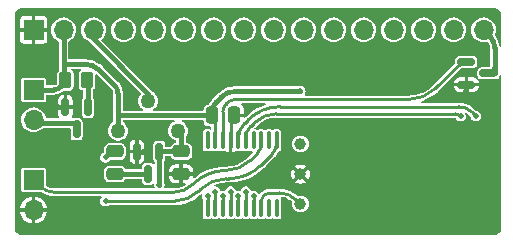
<source format=gbr>
%TF.GenerationSoftware,KiCad,Pcbnew,8.0.6*%
%TF.CreationDate,2024-12-17T20:27:31+00:00*%
%TF.ProjectId,003-UART-1602,3030332d-5541-4525-942d-313630322e6b,MkI*%
%TF.SameCoordinates,Original*%
%TF.FileFunction,Copper,L1,Top*%
%TF.FilePolarity,Positive*%
%FSLAX46Y46*%
G04 Gerber Fmt 4.6, Leading zero omitted, Abs format (unit mm)*
G04 Created by KiCad (PCBNEW 8.0.6) date 2024-12-17 20:27:31*
%MOMM*%
%LPD*%
G01*
G04 APERTURE LIST*
G04 Aperture macros list*
%AMRoundRect*
0 Rectangle with rounded corners*
0 $1 Rounding radius*
0 $2 $3 $4 $5 $6 $7 $8 $9 X,Y pos of 4 corners*
0 Add a 4 corners polygon primitive as box body*
4,1,4,$2,$3,$4,$5,$6,$7,$8,$9,$2,$3,0*
0 Add four circle primitives for the rounded corners*
1,1,$1+$1,$2,$3*
1,1,$1+$1,$4,$5*
1,1,$1+$1,$6,$7*
1,1,$1+$1,$8,$9*
0 Add four rect primitives between the rounded corners*
20,1,$1+$1,$2,$3,$4,$5,0*
20,1,$1+$1,$4,$5,$6,$7,0*
20,1,$1+$1,$6,$7,$8,$9,0*
20,1,$1+$1,$8,$9,$2,$3,0*%
G04 Aperture macros list end*
%TA.AperFunction,SMDPad,CuDef*%
%ADD10RoundRect,0.150000X-0.150000X0.587500X-0.150000X-0.587500X0.150000X-0.587500X0.150000X0.587500X0*%
%TD*%
%TA.AperFunction,SMDPad,CuDef*%
%ADD11RoundRect,0.100000X-0.100000X0.637500X-0.100000X-0.637500X0.100000X-0.637500X0.100000X0.637500X0*%
%TD*%
%TA.AperFunction,SMDPad,CuDef*%
%ADD12C,1.000000*%
%TD*%
%TA.AperFunction,SMDPad,CuDef*%
%ADD13RoundRect,0.150000X-0.587500X-0.150000X0.587500X-0.150000X0.587500X0.150000X-0.587500X0.150000X0*%
%TD*%
%TA.AperFunction,ComponentPad*%
%ADD14R,1.700000X1.700000*%
%TD*%
%TA.AperFunction,ComponentPad*%
%ADD15O,1.700000X1.700000*%
%TD*%
%TA.AperFunction,SMDPad,CuDef*%
%ADD16RoundRect,0.250000X0.250000X0.475000X-0.250000X0.475000X-0.250000X-0.475000X0.250000X-0.475000X0*%
%TD*%
%TA.AperFunction,SMDPad,CuDef*%
%ADD17RoundRect,0.250000X-0.475000X0.250000X-0.475000X-0.250000X0.475000X-0.250000X0.475000X0.250000X0*%
%TD*%
%TA.AperFunction,SMDPad,CuDef*%
%ADD18RoundRect,0.250000X-0.262500X-0.450000X0.262500X-0.450000X0.262500X0.450000X-0.262500X0.450000X0*%
%TD*%
%TA.AperFunction,ComponentPad*%
%ADD19C,1.260000*%
%TD*%
%TA.AperFunction,ViaPad*%
%ADD20C,0.500000*%
%TD*%
%TA.AperFunction,ViaPad*%
%ADD21C,0.800000*%
%TD*%
%TA.AperFunction,Conductor*%
%ADD22C,0.400000*%
%TD*%
%TA.AperFunction,Conductor*%
%ADD23C,0.250000*%
%TD*%
G04 APERTURE END LIST*
D10*
%TO.P,Q1,1,G*%
%TO.N,Net-(Q1-G)*%
X37620000Y-70040000D03*
%TO.P,Q1,2,S*%
%TO.N,GND*%
X35720000Y-70040000D03*
%TO.P,Q1,3,D*%
%TO.N,/VBUS_GND*%
X36670000Y-71915000D03*
%TD*%
D11*
%TO.P,U1,1,PD4*%
%TO.N,/CHRGPMP*%
X53600699Y-72853020D03*
%TO.P,U1,2,PD5*%
%TO.N,/UART_TX*%
X52950699Y-72853020D03*
%TO.P,U1,3,PD6*%
%TO.N,/UART_RX*%
X52300699Y-72853020D03*
%TO.P,U1,4,PD7*%
%TO.N,/NRST*%
X51650699Y-72853020D03*
%TO.P,U1,5,PA1*%
%TO.N,/BAUD_SEL0*%
X51000699Y-72853020D03*
%TO.P,U1,6,PA2*%
%TO.N,/BAUD_SEL1*%
X50350699Y-72853020D03*
%TO.P,U1,7,VSS*%
%TO.N,GND*%
X49700699Y-72853020D03*
%TO.P,U1,8,PD0*%
%TO.N,/LCD_BL*%
X49050699Y-72853020D03*
%TO.P,U1,9,VDD*%
%TO.N,/VBUS_VIN*%
X48400699Y-72853020D03*
%TO.P,U1,10,PC0*%
%TO.N,unconnected-(U1-PC0-Pad10)*%
X47750699Y-72853020D03*
%TO.P,U1,11,PC1*%
%TO.N,/LCD_RS*%
X47750699Y-78578020D03*
%TO.P,U1,12,PC2*%
%TO.N,/LCD_RW*%
X48400699Y-78578020D03*
%TO.P,U1,13,PC3*%
%TO.N,/LCD_EN*%
X49050699Y-78578020D03*
%TO.P,U1,14,PC4*%
%TO.N,/LCD_DA_0*%
X49700699Y-78578020D03*
%TO.P,U1,15,PC5*%
%TO.N,/LCD_DA_1*%
X50350699Y-78578020D03*
%TO.P,U1,16,PC6*%
%TO.N,/LCD_DA_2*%
X51000699Y-78578020D03*
%TO.P,U1,17,PC7*%
%TO.N,/LCD_DA_3*%
X51650699Y-78578020D03*
%TO.P,U1,18,PD1*%
%TO.N,/SWIO*%
X52300699Y-78578020D03*
%TO.P,U1,19,PD2*%
%TO.N,unconnected-(U1-PD2-Pad19)*%
X52950699Y-78578020D03*
%TO.P,U1,20,PD3*%
%TO.N,unconnected-(U1-PD3-Pad20)*%
X53600699Y-78578020D03*
%TD*%
D10*
%TO.P,D1,1,A*%
%TO.N,Net-(D1-A)*%
X43670000Y-73802500D03*
%TO.P,D1,2,K*%
%TO.N,GND*%
X41770000Y-73802500D03*
%TO.P,D1,3,COM*%
%TO.N,Net-(D1-COM)*%
X42720000Y-75677500D03*
%TD*%
D12*
%TO.P,TP1,1,1*%
%TO.N,/VBUS_VIN*%
X55620000Y-73160000D03*
%TD*%
D13*
%TO.P,Q2,3,D*%
%TO.N,Net-(DS1-LED(-))*%
X71538201Y-67177500D03*
%TO.P,Q2,2,S*%
%TO.N,GND*%
X69663200Y-68127500D03*
%TO.P,Q2,1,G*%
%TO.N,/LCD_BL*%
X69663200Y-66227500D03*
%TD*%
D14*
%TO.P,DS1,1,VSS*%
%TO.N,GND*%
X33020000Y-63500000D03*
D15*
%TO.P,DS1,2,VDD*%
%TO.N,/VBUS_VIN*%
X35560000Y-63500000D03*
%TO.P,DS1,3,VO*%
%TO.N,/LCD_CONTRAST*%
X38099999Y-63500000D03*
%TO.P,DS1,4,RS*%
%TO.N,/LCD_RS*%
X40640000Y-63500000D03*
%TO.P,DS1,5,R/W*%
%TO.N,/LCD_RW*%
X43180000Y-63500000D03*
%TO.P,DS1,6,E*%
%TO.N,/LCD_EN*%
X45720000Y-63500000D03*
%TO.P,DS1,7,D0*%
%TO.N,unconnected-(DS1-D0-Pad7)*%
X48260000Y-63500000D03*
%TO.P,DS1,8,D1*%
%TO.N,unconnected-(DS1-D1-Pad8)*%
X50800001Y-63500000D03*
%TO.P,DS1,9,D2*%
%TO.N,unconnected-(DS1-D2-Pad9)*%
X53340000Y-63500000D03*
%TO.P,DS1,10,D3*%
%TO.N,unconnected-(DS1-D3-Pad10)*%
X55880000Y-63500000D03*
%TO.P,DS1,11,D4*%
%TO.N,/LCD_DA_0*%
X58420000Y-63500000D03*
%TO.P,DS1,12,D5*%
%TO.N,/LCD_DA_1*%
X60959999Y-63500000D03*
%TO.P,DS1,13,D6*%
%TO.N,/LCD_DA_2*%
X63500000Y-63500000D03*
%TO.P,DS1,14,D7*%
%TO.N,/LCD_DA_3*%
X66040000Y-63500000D03*
%TO.P,DS1,15,LED(+)*%
%TO.N,/VBUS_VIN*%
X68580000Y-63500000D03*
%TO.P,DS1,16,LED(-)*%
%TO.N,Net-(DS1-LED(-))*%
X71119999Y-63500000D03*
%TD*%
D16*
%TO.P,C3,1*%
%TO.N,GND*%
X50019998Y-70740000D03*
%TO.P,C3,2*%
%TO.N,/VBUS_VIN*%
X48120000Y-70740000D03*
%TD*%
D17*
%TO.P,C2,1*%
%TO.N,Net-(D1-A)*%
X45520000Y-73790001D03*
%TO.P,C2,2*%
%TO.N,GND*%
X45520000Y-75689999D03*
%TD*%
D14*
%TO.P,J2,1,Pin_1*%
%TO.N,/UART_RX*%
X33020000Y-76200000D03*
D15*
%TO.P,J2,2,Pin_2*%
%TO.N,GND*%
X33020000Y-78740000D03*
%TD*%
D14*
%TO.P,J1,1,Pin_1*%
%TO.N,/VBUS_VIN*%
X33020000Y-68580000D03*
D15*
%TO.P,J1,2,Pin_2*%
%TO.N,/VBUS_GND*%
X33020000Y-71120000D03*
%TD*%
D18*
%TO.P,R2,1*%
%TO.N,/VBUS_VIN*%
X35720000Y-67740000D03*
%TO.P,R2,2*%
%TO.N,Net-(Q1-G)*%
X37545000Y-67740000D03*
%TD*%
D17*
%TO.P,C1,1*%
%TO.N,/CHRGPMP*%
X39920000Y-73790001D03*
%TO.P,C1,2*%
%TO.N,Net-(D1-COM)*%
X39920000Y-75689999D03*
%TD*%
D12*
%TO.P,TP2,1,1*%
%TO.N,GND*%
X55620000Y-75700000D03*
%TD*%
%TO.P,TP3,1,1*%
%TO.N,/SWIO*%
X55620000Y-78240001D03*
%TD*%
D19*
%TO.P,RV1,1,1*%
%TO.N,Net-(D1-A)*%
X45249999Y-72040000D03*
%TO.P,RV1,2,2*%
%TO.N,/LCD_CONTRAST*%
X42709999Y-69500000D03*
%TO.P,RV1,3,3*%
%TO.N,/VBUS_VIN*%
X40170000Y-72040000D03*
%TD*%
D20*
%TO.N,GND*%
X64770000Y-76200000D03*
X59690000Y-72390000D03*
X59690000Y-80010000D03*
X33020000Y-73660000D03*
X33020000Y-66040000D03*
X35560000Y-80010000D03*
X35560000Y-76200000D03*
X35560000Y-72390000D03*
X38100000Y-72390000D03*
X38100000Y-76200000D03*
X38100000Y-80010000D03*
X46990000Y-69850000D03*
X46990000Y-72390000D03*
X46990000Y-74930000D03*
X64770000Y-72390000D03*
X59690000Y-68580000D03*
X64770000Y-68580000D03*
X69850000Y-64770000D03*
X67310000Y-64770000D03*
X43180000Y-67310000D03*
X49530000Y-67310000D03*
X54610000Y-64770000D03*
X52070000Y-64770000D03*
X49530000Y-64770000D03*
X46990000Y-64770000D03*
X36830000Y-64770000D03*
X34290000Y-64770000D03*
%TO.N,/VBUS_VIN*%
X55600699Y-68690000D03*
%TO.N,/CHRGPMP*%
X39120000Y-74300000D03*
X39120000Y-77990000D03*
%TO.N,/BAUD_SEL0*%
X69170000Y-70800000D03*
%TO.N,/BAUD_SEL1*%
X70470000Y-70800000D03*
%TO.N,Net-(D1-A)*%
X43670000Y-76600000D03*
%TO.N,GND*%
X35120000Y-70040000D03*
X41770000Y-76600000D03*
X69650700Y-68677500D03*
D21*
X55620000Y-75700000D03*
D20*
X42320000Y-73800000D03*
D21*
%TO.N,/VBUS_VIN*%
X55620000Y-73160000D03*
D20*
%TO.N,/LCD_DA_2*%
X51000699Y-77190000D03*
%TO.N,/LCD_RS*%
X47750699Y-77590000D03*
%TO.N,/LCD_DA_0*%
X49700699Y-77190000D03*
%TO.N,/LCD_DA_1*%
X50350699Y-77590000D03*
%TO.N,/LCD_RW*%
X48400699Y-77190000D03*
%TO.N,/LCD_DA_3*%
X51650699Y-77590000D03*
%TO.N,Net-(DS1-LED(-))*%
X72075700Y-66740000D03*
%TO.N,/LCD_EN*%
X49050699Y-77590000D03*
D21*
%TO.N,/SWIO*%
X55620000Y-78240001D03*
%TD*%
D22*
%TO.N,/VBUS_VIN*%
X39865348Y-68154624D02*
X38677934Y-66967245D01*
X39865348Y-68154624D02*
G75*
G02*
X40170000Y-68890102I-735448J-735476D01*
G01*
X37284308Y-66390000D02*
G75*
G02*
X38677926Y-66967253I-8J-1970900D01*
G01*
X34665786Y-68580000D02*
G75*
G03*
X35372900Y-68287114I14J1000000D01*
G01*
D23*
%TO.N,/SWIO*%
X55287287Y-77907288D02*
G75*
G03*
X53821166Y-77300022I-1466087J-1466112D01*
G01*
X52511878Y-77488122D02*
G75*
G02*
X52966044Y-77300035I454122J-454178D01*
G01*
X52511878Y-77488122D02*
G75*
G03*
X52300717Y-77997827I509522J-509678D01*
G01*
X52300699Y-78578020D02*
X52300699Y-77997827D01*
X52966044Y-77300000D02*
X53821166Y-77300000D01*
X55287287Y-77907288D02*
X55620000Y-78240001D01*
%TO.N,/CHRGPMP*%
X53197508Y-74043191D02*
G75*
G03*
X53600695Y-73069799I-973408J973391D01*
G01*
X49538216Y-76090000D02*
G75*
G03*
X52290892Y-74949799I-16J3892900D01*
G01*
X47131444Y-77009255D02*
G75*
G02*
X49350721Y-76090006I2219256J-2219245D01*
G01*
X44956916Y-77990000D02*
G75*
G03*
X46994833Y-77145872I-16J2882100D01*
G01*
%TO.N,/UART_RX*%
X51924113Y-73995887D02*
G75*
G03*
X52300732Y-73086727I-909113J909187D01*
G01*
X49328429Y-75390000D02*
G75*
G03*
X51379614Y-74540336I-29J2900800D01*
G01*
X33545251Y-76725251D02*
G75*
G03*
X34812107Y-77249996I1266849J1266851D01*
G01*
X46549775Y-76540924D02*
G75*
G02*
X44838064Y-77249967I-1711675J1711524D01*
G01*
X46549775Y-76540924D02*
G75*
G02*
X49328429Y-75389965I2778625J-2778576D01*
G01*
D22*
%TO.N,Net-(DS1-LED(-))*%
X71651991Y-64031992D02*
G75*
G02*
X72075698Y-65054916I-1022891J-1022908D01*
G01*
D23*
%TO.N,/LCD_BL*%
X64763527Y-69390000D02*
G75*
G03*
X67046205Y-68444460I-27J3228200D01*
G01*
X49407806Y-69682893D02*
G75*
G02*
X50114913Y-69390009I707094J-707107D01*
G01*
X49050699Y-70454214D02*
G75*
G02*
X49343585Y-69747100I1000001J14D01*
G01*
%TO.N,/BAUD_SEL0*%
X69116447Y-70746447D02*
G75*
G03*
X68762893Y-70600005I-353547J-353553D01*
G01*
X51396846Y-71673154D02*
G75*
G03*
X51000717Y-72629540I956354J-956346D01*
G01*
%TO.N,/BAUD_SEL1*%
X70114065Y-70444065D02*
G75*
G03*
X69041996Y-69999992I-1072065J-1072035D01*
G01*
%TO.N,/BAUD_SEL0*%
X53589866Y-70600000D02*
G75*
G03*
X51678150Y-71391882I34J-2703600D01*
G01*
%TO.N,/BAUD_SEL1*%
X51194081Y-71111017D02*
G75*
G02*
X53876314Y-70000024I2682219J-2682283D01*
G01*
X50892437Y-71412661D02*
G75*
G03*
X50350719Y-72720532I1307863J-1307839D01*
G01*
%TO.N,/BAUD_SEL0*%
X51000699Y-72853020D02*
X51000699Y-72629540D01*
X51396846Y-71673154D02*
X51678134Y-71391866D01*
X53589866Y-70600000D02*
X68762893Y-70600000D01*
X69116447Y-70746447D02*
X69170000Y-70800000D01*
%TO.N,/BAUD_SEL1*%
X50350699Y-72853020D02*
X50350699Y-72720532D01*
X50892437Y-71412661D02*
X51194081Y-71111017D01*
X53876314Y-70000000D02*
X69041996Y-70000000D01*
X70114065Y-70444065D02*
X70470000Y-70800000D01*
%TO.N,/LCD_BL*%
X49050699Y-72853020D02*
X49050699Y-70454214D01*
X67046222Y-68444477D02*
X69263199Y-66227500D01*
X69263199Y-66227500D02*
X69663200Y-66227500D01*
X50114913Y-69390000D02*
X64763527Y-69390000D01*
%TO.N,/UART_RX*%
X52300699Y-72853020D02*
X52300699Y-73086727D01*
X51924113Y-73995887D02*
X51379639Y-74540361D01*
X44838064Y-77250000D02*
X34812107Y-77250000D01*
X33545251Y-76725251D02*
X33020000Y-76200000D01*
%TO.N,/CHRGPMP*%
X39120000Y-77990000D02*
X44956916Y-77990000D01*
X46994830Y-77145869D02*
X47131444Y-77009255D01*
X49350721Y-76090000D02*
X49538216Y-76090000D01*
X52290896Y-74949803D02*
X53197508Y-74043191D01*
X53600699Y-73069799D02*
X53600699Y-72853020D01*
D22*
%TO.N,/LCD_CONTRAST*%
X42709999Y-69500000D02*
X42709999Y-68899300D01*
X42709999Y-68899300D02*
X38099999Y-64289300D01*
X38099999Y-64289300D02*
X38099999Y-63500000D01*
%TO.N,Net-(DS1-LED(-))*%
X72075700Y-66740000D02*
X72075700Y-67164999D01*
X72075700Y-67164999D02*
X72063199Y-67177500D01*
X72063199Y-67177500D02*
X71538201Y-67177500D01*
X71119999Y-63500000D02*
X71651991Y-64031992D01*
X72075700Y-65054916D02*
X72075700Y-66740000D01*
%TO.N,/VBUS_VIN*%
X35560000Y-66390000D02*
X37284308Y-66390000D01*
X40170000Y-68890102D02*
X40170000Y-72040000D01*
X35560000Y-66590000D02*
X35560000Y-67580000D01*
X35560000Y-63500000D02*
X35560000Y-66590000D01*
X35560000Y-67580000D02*
X35720000Y-67740000D01*
D23*
%TO.N,/LCD_DA_3*%
X51650699Y-78578020D02*
X51650699Y-77590000D01*
%TO.N,/LCD_DA_2*%
X51000699Y-78578020D02*
X51000699Y-77190000D01*
%TO.N,/LCD_DA_1*%
X50350699Y-78578020D02*
X50350699Y-77590000D01*
%TO.N,/LCD_DA_0*%
X49700699Y-77190000D02*
X49700699Y-78578020D01*
%TO.N,/LCD_EN*%
X49050699Y-77590000D02*
X49050699Y-78578020D01*
%TO.N,/LCD_RW*%
X48400699Y-77190000D02*
X48400699Y-78578020D01*
%TO.N,/LCD_RS*%
X47750699Y-77590000D02*
X47750699Y-78578020D01*
%TO.N,/CHRGPMP*%
X39120000Y-74300000D02*
X39629999Y-73790001D01*
X39629999Y-73790001D02*
X39920000Y-73790001D01*
D22*
%TO.N,Net-(D1-A)*%
X43670000Y-76600000D02*
X43670000Y-73802500D01*
D23*
%TO.N,/LCD_BL*%
X69651400Y-66239300D02*
X69663200Y-66227500D01*
D22*
%TO.N,Net-(D1-COM)*%
X42707502Y-75689999D02*
X42720000Y-75677501D01*
X39920000Y-75689998D02*
X42707502Y-75689999D01*
%TO.N,Net-(D1-A)*%
X45520000Y-73790001D02*
X45520000Y-72310001D01*
X45520000Y-73790001D02*
X43682499Y-73790001D01*
X43682499Y-73790001D02*
X43670000Y-73802500D01*
X45520000Y-72310001D02*
X45249999Y-72040000D01*
D23*
%TO.N,GND*%
X49700699Y-71059299D02*
X50019998Y-70740000D01*
D22*
X41770000Y-73802500D02*
X42317500Y-73802500D01*
X42317500Y-73802500D02*
X42320000Y-73800000D01*
X35720000Y-70040000D02*
X35120000Y-70040000D01*
X69663200Y-68127500D02*
X69663200Y-68665000D01*
D23*
X49700699Y-72853020D02*
X49700699Y-71059299D01*
D22*
X69663200Y-68665000D02*
X69650700Y-68677500D01*
%TO.N,/VBUS_VIN*%
X35720000Y-67740000D02*
X35720000Y-67940000D01*
D23*
X48400699Y-71020699D02*
X48120000Y-70740000D01*
X48400699Y-72853020D02*
X48400699Y-71020699D01*
D22*
X34665786Y-68580000D02*
X33020000Y-68580000D01*
X35720000Y-67940000D02*
X35372893Y-68287107D01*
%TO.N,Net-(DS1-LED(-))*%
X72075700Y-66740000D02*
X72075700Y-67177500D01*
X72075700Y-67177500D02*
X71538201Y-67177500D01*
%TO.N,/VBUS_GND*%
X33280000Y-71380000D02*
X36660000Y-71380000D01*
X36670000Y-71390000D02*
X36670000Y-71915001D01*
X33260000Y-70880000D02*
X33020000Y-71120000D01*
X36660000Y-71380000D02*
X36670000Y-71390000D01*
X33280000Y-71380000D02*
X33020000Y-71120000D01*
%TO.N,Net-(Q1-G)*%
X37620000Y-67815000D02*
X37545000Y-67740000D01*
X37620000Y-70040000D02*
X37620000Y-67815000D01*
%TO.N,/VBUS_VIN*%
X48120000Y-70740000D02*
X40220000Y-70740000D01*
D23*
%TO.N,/LCD_BL*%
X49343592Y-69747107D02*
X49407806Y-69682893D01*
D22*
%TO.N,/VBUS_VIN*%
X55600699Y-68690000D02*
X50108163Y-68690000D01*
X50108163Y-68690000D02*
G75*
G03*
X48900458Y-69190265I37J-1708000D01*
G01*
X48900446Y-69190253D02*
X48483855Y-69606844D01*
X48120000Y-70485269D02*
G75*
G02*
X48483867Y-69606856I1242300J-31D01*
G01*
X48120000Y-70485269D02*
X48120000Y-70740000D01*
%TD*%
%TA.AperFunction,Conductor*%
%TO.N,GND*%
G36*
X47397826Y-71162174D02*
G01*
X47419500Y-71214500D01*
X47419500Y-71269266D01*
X47422354Y-71299699D01*
X47422354Y-71299701D01*
X47422355Y-71299704D01*
X47467206Y-71427881D01*
X47467207Y-71427883D01*
X47547846Y-71537146D01*
X47547853Y-71537153D01*
X47657116Y-71617792D01*
X47657118Y-71617793D01*
X47785295Y-71662644D01*
X47785301Y-71662646D01*
X47815734Y-71665500D01*
X48001199Y-71665500D01*
X48053525Y-71687174D01*
X48075199Y-71739500D01*
X48075199Y-71872590D01*
X48053525Y-71924916D01*
X48001199Y-71946590D01*
X47971310Y-71940285D01*
X47920688Y-71917934D01*
X47898860Y-71915402D01*
X47895564Y-71915020D01*
X47895563Y-71915020D01*
X47605835Y-71915020D01*
X47580712Y-71917934D01*
X47580706Y-71917935D01*
X47477933Y-71963314D01*
X47398493Y-72042754D01*
X47353113Y-72145531D01*
X47350199Y-72170655D01*
X47350199Y-73535383D01*
X47353113Y-73560506D01*
X47353114Y-73560511D01*
X47398493Y-73663285D01*
X47477934Y-73742726D01*
X47580708Y-73788105D01*
X47605834Y-73791020D01*
X47895563Y-73791019D01*
X47920690Y-73788105D01*
X48023464Y-73742726D01*
X48023465Y-73742724D01*
X48023467Y-73742724D01*
X48029122Y-73738851D01*
X48029967Y-73740085D01*
X48075699Y-73721143D01*
X48121430Y-73740085D01*
X48122276Y-73738851D01*
X48127930Y-73742724D01*
X48127933Y-73742725D01*
X48127934Y-73742726D01*
X48230708Y-73788105D01*
X48255834Y-73791020D01*
X48545563Y-73791019D01*
X48570690Y-73788105D01*
X48673464Y-73742726D01*
X48673465Y-73742724D01*
X48673467Y-73742724D01*
X48679122Y-73738851D01*
X48679967Y-73740085D01*
X48725699Y-73721143D01*
X48771430Y-73740085D01*
X48772276Y-73738851D01*
X48777930Y-73742724D01*
X48777933Y-73742725D01*
X48777934Y-73742726D01*
X48880708Y-73788105D01*
X48905834Y-73791020D01*
X49195563Y-73791019D01*
X49220690Y-73788105D01*
X49251948Y-73774302D01*
X49308568Y-73772993D01*
X49334164Y-73789671D01*
X49362652Y-73818159D01*
X49475546Y-73875683D01*
X49475552Y-73875685D01*
X49550698Y-73887585D01*
X49550699Y-73887585D01*
X49550699Y-72777020D01*
X49572373Y-72724694D01*
X49624699Y-72703020D01*
X49776699Y-72703020D01*
X49829025Y-72724694D01*
X49850699Y-72777020D01*
X49850699Y-73887585D01*
X49925845Y-73875685D01*
X49925851Y-73875683D01*
X50038743Y-73818161D01*
X50067230Y-73789673D01*
X50119556Y-73767997D01*
X50149449Y-73774303D01*
X50180708Y-73788105D01*
X50205834Y-73791020D01*
X50495563Y-73791019D01*
X50520690Y-73788105D01*
X50623464Y-73742726D01*
X50623465Y-73742724D01*
X50623467Y-73742724D01*
X50629122Y-73738851D01*
X50629967Y-73740085D01*
X50675699Y-73721143D01*
X50721430Y-73740085D01*
X50722276Y-73738851D01*
X50727930Y-73742724D01*
X50727933Y-73742725D01*
X50727934Y-73742726D01*
X50830708Y-73788105D01*
X50855834Y-73791020D01*
X51145563Y-73791019D01*
X51170690Y-73788105D01*
X51273464Y-73742726D01*
X51273465Y-73742724D01*
X51273467Y-73742724D01*
X51279122Y-73738851D01*
X51279967Y-73740085D01*
X51325699Y-73721143D01*
X51371430Y-73740085D01*
X51372276Y-73738851D01*
X51377930Y-73742724D01*
X51377933Y-73742725D01*
X51377934Y-73742726D01*
X51480708Y-73788105D01*
X51499725Y-73790311D01*
X51549206Y-73817868D01*
X51564708Y-73872342D01*
X51543527Y-73916144D01*
X51185927Y-74273745D01*
X51150943Y-74308729D01*
X51147928Y-74311580D01*
X50937227Y-74499880D01*
X50930739Y-74505054D01*
X50701982Y-74667372D01*
X50694955Y-74671787D01*
X50449472Y-74807466D01*
X50441995Y-74811067D01*
X50182851Y-74918412D01*
X50175019Y-74921153D01*
X49905483Y-74998809D01*
X49897392Y-75000655D01*
X49620878Y-75047640D01*
X49612632Y-75048570D01*
X49331704Y-75064349D01*
X49327554Y-75064465D01*
X49142646Y-75064465D01*
X48772521Y-75096843D01*
X48772497Y-75096846D01*
X48406577Y-75161367D01*
X48047669Y-75257534D01*
X48047664Y-75257536D01*
X47698523Y-75384613D01*
X47667027Y-75399300D01*
X47365300Y-75539999D01*
X47361759Y-75541650D01*
X47361754Y-75541652D01*
X47039978Y-75727430D01*
X46735613Y-75940552D01*
X46735602Y-75940560D01*
X46666566Y-75998489D01*
X46612551Y-76015520D01*
X46562313Y-75989368D01*
X46545000Y-75941802D01*
X46545000Y-75839999D01*
X45670000Y-75839999D01*
X45670000Y-76489999D01*
X45870946Y-76489999D01*
X45923272Y-76511673D01*
X45944946Y-76563999D01*
X45923272Y-76616325D01*
X45906743Y-76628765D01*
X45750789Y-76714962D01*
X45743312Y-76718563D01*
X45533914Y-76805302D01*
X45526080Y-76808043D01*
X45308287Y-76870789D01*
X45300196Y-76872635D01*
X45076764Y-76910597D01*
X45068518Y-76911527D01*
X44931443Y-76919224D01*
X44839540Y-76924384D01*
X44835405Y-76924500D01*
X44132207Y-76924500D01*
X44079881Y-76902826D01*
X44058207Y-76850500D01*
X44064893Y-76819762D01*
X44106697Y-76728226D01*
X44125133Y-76600000D01*
X44106697Y-76471774D01*
X44104673Y-76467343D01*
X44077187Y-76407155D01*
X44070500Y-76376415D01*
X44070500Y-75983060D01*
X44495000Y-75983060D01*
X44505614Y-76071442D01*
X44561077Y-76212091D01*
X44652435Y-76332563D01*
X44772907Y-76423921D01*
X44913556Y-76479384D01*
X45001939Y-76489999D01*
X45370000Y-76489999D01*
X45370000Y-75839999D01*
X44495000Y-75839999D01*
X44495000Y-75983060D01*
X44070500Y-75983060D01*
X44070500Y-75396937D01*
X44495000Y-75396937D01*
X44495000Y-75539999D01*
X45370000Y-75539999D01*
X45670000Y-75539999D01*
X46545000Y-75539999D01*
X46545000Y-75396937D01*
X46534385Y-75308555D01*
X46478922Y-75167906D01*
X46387564Y-75047434D01*
X46267092Y-74956076D01*
X46126443Y-74900613D01*
X46038061Y-74889999D01*
X45670000Y-74889999D01*
X45670000Y-75539999D01*
X45370000Y-75539999D01*
X45370000Y-74889999D01*
X45001939Y-74889999D01*
X44913556Y-74900613D01*
X44772907Y-74956076D01*
X44652435Y-75047434D01*
X44561077Y-75167906D01*
X44505614Y-75308555D01*
X44495000Y-75396937D01*
X44070500Y-75396937D01*
X44070500Y-74665833D01*
X44092174Y-74613507D01*
X44109198Y-74596483D01*
X44160573Y-74491393D01*
X44170500Y-74423260D01*
X44170500Y-74264501D01*
X44192174Y-74212175D01*
X44244500Y-74190501D01*
X44567873Y-74190501D01*
X44620199Y-74212175D01*
X44637721Y-74240062D01*
X44642207Y-74252884D01*
X44722846Y-74362147D01*
X44722853Y-74362154D01*
X44832116Y-74442793D01*
X44832118Y-74442794D01*
X44960295Y-74487645D01*
X44960301Y-74487647D01*
X44990734Y-74490501D01*
X44990741Y-74490501D01*
X46049258Y-74490501D01*
X46049266Y-74490501D01*
X46079699Y-74487647D01*
X46207882Y-74442794D01*
X46317150Y-74362151D01*
X46397793Y-74252883D01*
X46442646Y-74124700D01*
X46445500Y-74094267D01*
X46445500Y-73485735D01*
X46442646Y-73455302D01*
X46397793Y-73327119D01*
X46389219Y-73315501D01*
X46317153Y-73217854D01*
X46317146Y-73217847D01*
X46207883Y-73137208D01*
X46207881Y-73137207D01*
X46079704Y-73092356D01*
X46079705Y-73092356D01*
X46079700Y-73092355D01*
X46079699Y-73092355D01*
X46049266Y-73089501D01*
X46049260Y-73089501D01*
X45994500Y-73089501D01*
X45942174Y-73067827D01*
X45920500Y-73015501D01*
X45920500Y-72559487D01*
X45930414Y-72522487D01*
X45943276Y-72500210D01*
X46012878Y-72379656D01*
X46066826Y-72213622D01*
X46085074Y-72040000D01*
X46066826Y-71866378D01*
X46012878Y-71700344D01*
X45965217Y-71617792D01*
X45925591Y-71549157D01*
X45925588Y-71549154D01*
X45833690Y-71447091D01*
X45808773Y-71419418D01*
X45808772Y-71419417D01*
X45808770Y-71419415D01*
X45667543Y-71316807D01*
X45667535Y-71316803D01*
X45589596Y-71282102D01*
X45550610Y-71241019D01*
X45552093Y-71184401D01*
X45593176Y-71145415D01*
X45619695Y-71140500D01*
X47345500Y-71140500D01*
X47397826Y-71162174D01*
G37*
%TD.AperFunction*%
%TA.AperFunction,Conductor*%
G36*
X52671368Y-69737174D02*
G01*
X52693042Y-69789500D01*
X52671368Y-69841826D01*
X52638195Y-69860978D01*
X52636621Y-69861399D01*
X52636592Y-69861408D01*
X52298644Y-69984408D01*
X51972684Y-70136402D01*
X51972673Y-70136408D01*
X51661217Y-70316224D01*
X51366596Y-70522514D01*
X51091089Y-70753688D01*
X51091082Y-70753694D01*
X50996809Y-70847963D01*
X50996803Y-70847969D01*
X50994221Y-70850550D01*
X50994219Y-70850552D01*
X50976445Y-70868326D01*
X50939709Y-70905061D01*
X50887383Y-70926734D01*
X50835058Y-70905060D01*
X50819998Y-70890000D01*
X49943998Y-70890000D01*
X49891672Y-70868326D01*
X49869998Y-70816000D01*
X49869998Y-70664000D01*
X49891672Y-70611674D01*
X49943998Y-70590000D01*
X50819998Y-70590000D01*
X50819998Y-70221938D01*
X50809383Y-70133556D01*
X50753920Y-69992907D01*
X50662560Y-69872432D01*
X50630952Y-69848463D01*
X50602355Y-69799576D01*
X50616703Y-69744786D01*
X50665590Y-69716189D01*
X50675666Y-69715500D01*
X52619042Y-69715500D01*
X52671368Y-69737174D01*
G37*
%TD.AperFunction*%
%TA.AperFunction,Conductor*%
G36*
X72024126Y-61650965D02*
G01*
X72037425Y-61652463D01*
X72145126Y-61664598D01*
X72161265Y-61668282D01*
X72272240Y-61707114D01*
X72287169Y-61714303D01*
X72386721Y-61776855D01*
X72399677Y-61787187D01*
X72482812Y-61870322D01*
X72493144Y-61883278D01*
X72555696Y-61982830D01*
X72562885Y-61997759D01*
X72581386Y-62050633D01*
X72601715Y-62108728D01*
X72605402Y-62124879D01*
X72619035Y-62245873D01*
X72619500Y-62254159D01*
X72619500Y-64893308D01*
X72597826Y-64945634D01*
X72545500Y-64967308D01*
X72493174Y-64945634D01*
X72472133Y-64902966D01*
X72469846Y-64885595D01*
X72444596Y-64693787D01*
X72381927Y-64459901D01*
X72289266Y-64236196D01*
X72168199Y-64026503D01*
X72168195Y-64026497D01*
X72112401Y-63953785D01*
X72097742Y-63899078D01*
X72100291Y-63887269D01*
X72155299Y-63705934D01*
X72175582Y-63500000D01*
X72155299Y-63294066D01*
X72095231Y-63096046D01*
X71997684Y-62913550D01*
X71866409Y-62753590D01*
X71706449Y-62622315D01*
X71523953Y-62524768D01*
X71368199Y-62477521D01*
X71325934Y-62464700D01*
X71119999Y-62444417D01*
X70914063Y-62464700D01*
X70716042Y-62524769D01*
X70533548Y-62622315D01*
X70373589Y-62753589D01*
X70373588Y-62753590D01*
X70242314Y-62913549D01*
X70144768Y-63096043D01*
X70084699Y-63294064D01*
X70064416Y-63500000D01*
X70084699Y-63705935D01*
X70144768Y-63903956D01*
X70242314Y-64086450D01*
X70365206Y-64236196D01*
X70373589Y-64246410D01*
X70533549Y-64377685D01*
X70716045Y-64475232D01*
X70914065Y-64535300D01*
X71119999Y-64555583D01*
X71325933Y-64535300D01*
X71446511Y-64498723D01*
X71502873Y-64504275D01*
X71531084Y-64530870D01*
X71558141Y-64575022D01*
X71563409Y-64585362D01*
X71621770Y-64726260D01*
X71625358Y-64737303D01*
X71660959Y-64885595D01*
X71662776Y-64897064D01*
X71674972Y-65052040D01*
X71675200Y-65057846D01*
X71675200Y-66516415D01*
X71668513Y-66547155D01*
X71639002Y-66611774D01*
X71639002Y-66611776D01*
X71638750Y-66613533D01*
X71638228Y-66614411D01*
X71637510Y-66616858D01*
X71636885Y-66616674D01*
X71609848Y-66662241D01*
X71565503Y-66677000D01*
X70917436Y-66677000D01*
X70849307Y-66686927D01*
X70849306Y-66686927D01*
X70744218Y-66738301D01*
X70661502Y-66821017D01*
X70610128Y-66926105D01*
X70610128Y-66926106D01*
X70600201Y-66994235D01*
X70600201Y-67360764D01*
X70610128Y-67428893D01*
X70610128Y-67428894D01*
X70661502Y-67533982D01*
X70661503Y-67533983D01*
X70744218Y-67616698D01*
X70849308Y-67668073D01*
X70917441Y-67678000D01*
X70917447Y-67678000D01*
X72158955Y-67678000D01*
X72158961Y-67678000D01*
X72227094Y-67668073D01*
X72332184Y-67616698D01*
X72414899Y-67533983D01*
X72466274Y-67428893D01*
X72472273Y-67387716D01*
X72501265Y-67339063D01*
X72556169Y-67325159D01*
X72604823Y-67354151D01*
X72619500Y-67398386D01*
X72619500Y-80245840D01*
X72619035Y-80254126D01*
X72605402Y-80375120D01*
X72601714Y-80391275D01*
X72562885Y-80502240D01*
X72555696Y-80517169D01*
X72493144Y-80616721D01*
X72482812Y-80629677D01*
X72399677Y-80712812D01*
X72386721Y-80723144D01*
X72287169Y-80785696D01*
X72272240Y-80792885D01*
X72182670Y-80824227D01*
X72161273Y-80831714D01*
X72145120Y-80835402D01*
X72024127Y-80849035D01*
X72015841Y-80849500D01*
X32024159Y-80849500D01*
X32015873Y-80849035D01*
X31894879Y-80835402D01*
X31878728Y-80831715D01*
X31820633Y-80811386D01*
X31767759Y-80792885D01*
X31752830Y-80785696D01*
X31653278Y-80723144D01*
X31640322Y-80712812D01*
X31557187Y-80629677D01*
X31546855Y-80616721D01*
X31484303Y-80517169D01*
X31477114Y-80502240D01*
X31438282Y-80391265D01*
X31434598Y-80375126D01*
X31420965Y-80254125D01*
X31420500Y-80245840D01*
X31420500Y-78589998D01*
X31878972Y-78589998D01*
X31878974Y-78590000D01*
X32542555Y-78590000D01*
X32520000Y-78674174D01*
X32520000Y-78805826D01*
X32542555Y-78890000D01*
X31878974Y-78890000D01*
X31878972Y-78890001D01*
X31884736Y-78952204D01*
X31884738Y-78952218D01*
X31943061Y-79157202D01*
X31943064Y-79157212D01*
X32038059Y-79347988D01*
X32038063Y-79347994D01*
X32166501Y-79518071D01*
X32324003Y-79661653D01*
X32505200Y-79773844D01*
X32505210Y-79773849D01*
X32703935Y-79850836D01*
X32869999Y-79881879D01*
X32870000Y-79881879D01*
X32870000Y-79217445D01*
X32954174Y-79240000D01*
X33085826Y-79240000D01*
X33170000Y-79217445D01*
X33170000Y-79881879D01*
X33336064Y-79850836D01*
X33534789Y-79773849D01*
X33534799Y-79773844D01*
X33715996Y-79661653D01*
X33873498Y-79518071D01*
X34001936Y-79347994D01*
X34001940Y-79347988D01*
X34096935Y-79157212D01*
X34096938Y-79157202D01*
X34155261Y-78952218D01*
X34155263Y-78952204D01*
X34161027Y-78890001D01*
X34161026Y-78890000D01*
X33497445Y-78890000D01*
X33520000Y-78805826D01*
X33520000Y-78674174D01*
X33497445Y-78590000D01*
X34161026Y-78590000D01*
X34161027Y-78589998D01*
X34155263Y-78527795D01*
X34155261Y-78527781D01*
X34096938Y-78322797D01*
X34096935Y-78322787D01*
X34001940Y-78132011D01*
X34001936Y-78132005D01*
X33873498Y-77961928D01*
X33715996Y-77818346D01*
X33534799Y-77706155D01*
X33534789Y-77706150D01*
X33336063Y-77629162D01*
X33170000Y-77598119D01*
X33170000Y-78262554D01*
X33085826Y-78240000D01*
X32954174Y-78240000D01*
X32870000Y-78262554D01*
X32870000Y-77598119D01*
X32869999Y-77598119D01*
X32703936Y-77629162D01*
X32505210Y-77706150D01*
X32505200Y-77706155D01*
X32324003Y-77818346D01*
X32166501Y-77961928D01*
X32038063Y-78132005D01*
X32038059Y-78132011D01*
X31943064Y-78322787D01*
X31943061Y-78322797D01*
X31884738Y-78527781D01*
X31884736Y-78527795D01*
X31878972Y-78589998D01*
X31420500Y-78589998D01*
X31420500Y-74300000D01*
X38664867Y-74300000D01*
X38683302Y-74428223D01*
X38683302Y-74428224D01*
X38683303Y-74428226D01*
X38737118Y-74546063D01*
X38821951Y-74643967D01*
X38930931Y-74714004D01*
X39055228Y-74750500D01*
X39184772Y-74750500D01*
X39309069Y-74714004D01*
X39418049Y-74643967D01*
X39502882Y-74546063D01*
X39508500Y-74533760D01*
X39549952Y-74495167D01*
X39575813Y-74490501D01*
X40449258Y-74490501D01*
X40449266Y-74490501D01*
X40479699Y-74487647D01*
X40603850Y-74444205D01*
X41170001Y-74444205D01*
X41172850Y-74474602D01*
X41172852Y-74474611D01*
X41217652Y-74602643D01*
X41298207Y-74711791D01*
X41298208Y-74711792D01*
X41407356Y-74792347D01*
X41407355Y-74792347D01*
X41535385Y-74837146D01*
X41535393Y-74837148D01*
X41565802Y-74839999D01*
X41920000Y-74839999D01*
X41974194Y-74839999D01*
X41974205Y-74839998D01*
X42004602Y-74837149D01*
X42004611Y-74837147D01*
X42132643Y-74792347D01*
X42241791Y-74711792D01*
X42241792Y-74711791D01*
X42322347Y-74602643D01*
X42367146Y-74474614D01*
X42367148Y-74474606D01*
X42369999Y-74444198D01*
X42370000Y-74444197D01*
X42370000Y-73952500D01*
X41920000Y-73952500D01*
X41920000Y-74839999D01*
X41565802Y-74839999D01*
X41619999Y-74839998D01*
X41620000Y-74839998D01*
X41620000Y-73952500D01*
X41170001Y-73952500D01*
X41170001Y-74444205D01*
X40603850Y-74444205D01*
X40607882Y-74442794D01*
X40717150Y-74362151D01*
X40797793Y-74252883D01*
X40842646Y-74124700D01*
X40845500Y-74094267D01*
X40845500Y-73485735D01*
X40842646Y-73455302D01*
X40797793Y-73327119D01*
X40789219Y-73315501D01*
X40717153Y-73217854D01*
X40717146Y-73217847D01*
X40639851Y-73160801D01*
X41170000Y-73160801D01*
X41170000Y-73652500D01*
X41620000Y-73652500D01*
X41920000Y-73652500D01*
X42369999Y-73652500D01*
X42369999Y-73160806D01*
X42369998Y-73160794D01*
X42367149Y-73130397D01*
X42367147Y-73130388D01*
X42322347Y-73002356D01*
X42241792Y-72893208D01*
X42241791Y-72893207D01*
X42132643Y-72812652D01*
X42132644Y-72812652D01*
X42004614Y-72767853D01*
X42004606Y-72767851D01*
X41974198Y-72765000D01*
X41920000Y-72765000D01*
X41920000Y-73652500D01*
X41620000Y-73652500D01*
X41620000Y-72765000D01*
X41619999Y-72764999D01*
X41565807Y-72765000D01*
X41565793Y-72765001D01*
X41535397Y-72767850D01*
X41535388Y-72767852D01*
X41407356Y-72812652D01*
X41298208Y-72893207D01*
X41298207Y-72893208D01*
X41217652Y-73002356D01*
X41172853Y-73130385D01*
X41172851Y-73130393D01*
X41170000Y-73160801D01*
X40639851Y-73160801D01*
X40607883Y-73137208D01*
X40607881Y-73137207D01*
X40479704Y-73092356D01*
X40479705Y-73092356D01*
X40479700Y-73092355D01*
X40479699Y-73092355D01*
X40449266Y-73089501D01*
X39390734Y-73089501D01*
X39360301Y-73092355D01*
X39360299Y-73092355D01*
X39360295Y-73092356D01*
X39232118Y-73137207D01*
X39232116Y-73137208D01*
X39122853Y-73217847D01*
X39122846Y-73217854D01*
X39042207Y-73327117D01*
X39042206Y-73327119D01*
X38997355Y-73455296D01*
X38997354Y-73455300D01*
X38997354Y-73455302D01*
X38994500Y-73485735D01*
X38994500Y-73485741D01*
X38994500Y-73811934D01*
X38972826Y-73864260D01*
X38941352Y-73882935D01*
X38930936Y-73885993D01*
X38930928Y-73885997D01*
X38821954Y-73956031D01*
X38821950Y-73956034D01*
X38737119Y-74053935D01*
X38683302Y-74171776D01*
X38664867Y-74300000D01*
X31420500Y-74300000D01*
X31420500Y-71120000D01*
X31964417Y-71120000D01*
X31984700Y-71325935D01*
X31984898Y-71326587D01*
X32020612Y-71444323D01*
X32044769Y-71523956D01*
X32142315Y-71706450D01*
X32209810Y-71788694D01*
X32273590Y-71866410D01*
X32433550Y-71997685D01*
X32616046Y-72095232D01*
X32814066Y-72155300D01*
X33020000Y-72175583D01*
X33225934Y-72155300D01*
X33423954Y-72095232D01*
X33606450Y-71997685D01*
X33766410Y-71866410D01*
X33814711Y-71807555D01*
X33864661Y-71780856D01*
X33871914Y-71780500D01*
X36095500Y-71780500D01*
X36147826Y-71802174D01*
X36169500Y-71854500D01*
X36169500Y-72535764D01*
X36179427Y-72603893D01*
X36179427Y-72603894D01*
X36230801Y-72708982D01*
X36230802Y-72708983D01*
X36313517Y-72791698D01*
X36418607Y-72843073D01*
X36486740Y-72853000D01*
X36486746Y-72853000D01*
X36853254Y-72853000D01*
X36853260Y-72853000D01*
X36921393Y-72843073D01*
X37026483Y-72791698D01*
X37109198Y-72708983D01*
X37160573Y-72603893D01*
X37170500Y-72535760D01*
X37170500Y-71294240D01*
X37160573Y-71226107D01*
X37109198Y-71121017D01*
X37026483Y-71038302D01*
X37026482Y-71038301D01*
X36921394Y-70986927D01*
X36853264Y-70977000D01*
X36853260Y-70977000D01*
X36486740Y-70977000D01*
X36486734Y-70977000D01*
X36474887Y-70978727D01*
X36464218Y-70979500D01*
X36316084Y-70979500D01*
X36263758Y-70957826D01*
X36242084Y-70905500D01*
X36256544Y-70861558D01*
X36272345Y-70840147D01*
X36272347Y-70840144D01*
X36317146Y-70712114D01*
X36317148Y-70712106D01*
X36319999Y-70681698D01*
X36320000Y-70681697D01*
X36320000Y-70190000D01*
X35120001Y-70190000D01*
X35120001Y-70681705D01*
X35122850Y-70712102D01*
X35122852Y-70712111D01*
X35167652Y-70840144D01*
X35167654Y-70840147D01*
X35183456Y-70861558D01*
X35197089Y-70916529D01*
X35167858Y-70965040D01*
X35123916Y-70979500D01*
X34128814Y-70979500D01*
X34076488Y-70957826D01*
X34057349Y-70917360D01*
X34056008Y-70917627D01*
X34055300Y-70914068D01*
X34055300Y-70914066D01*
X33995232Y-70716046D01*
X33897685Y-70533550D01*
X33766410Y-70373590D01*
X33713904Y-70330500D01*
X33606450Y-70242315D01*
X33423956Y-70144769D01*
X33423955Y-70144768D01*
X33423954Y-70144768D01*
X33312158Y-70110855D01*
X33225935Y-70084700D01*
X33020000Y-70064417D01*
X32814064Y-70084700D01*
X32616043Y-70144769D01*
X32433549Y-70242315D01*
X32273590Y-70373589D01*
X32273589Y-70373590D01*
X32142315Y-70533549D01*
X32044769Y-70716043D01*
X31984700Y-70914064D01*
X31964417Y-71120000D01*
X31420500Y-71120000D01*
X31420500Y-67710253D01*
X31969500Y-67710253D01*
X31969500Y-69449746D01*
X31981133Y-69508232D01*
X32007822Y-69548174D01*
X32025448Y-69574552D01*
X32064281Y-69600500D01*
X32091767Y-69618866D01*
X32091768Y-69618866D01*
X32091769Y-69618867D01*
X32150252Y-69630500D01*
X32150254Y-69630500D01*
X33889746Y-69630500D01*
X33889748Y-69630500D01*
X33948231Y-69618867D01*
X34014552Y-69574552D01*
X34058867Y-69508231D01*
X34070500Y-69449748D01*
X34070500Y-69398301D01*
X35120000Y-69398301D01*
X35120000Y-69890000D01*
X35570000Y-69890000D01*
X35870000Y-69890000D01*
X36319999Y-69890000D01*
X36319999Y-69398306D01*
X36319998Y-69398294D01*
X36317149Y-69367897D01*
X36317147Y-69367888D01*
X36272347Y-69239856D01*
X36191792Y-69130708D01*
X36191791Y-69130707D01*
X36082643Y-69050152D01*
X36082644Y-69050152D01*
X35954614Y-69005353D01*
X35954606Y-69005351D01*
X35924198Y-69002500D01*
X35870000Y-69002500D01*
X35870000Y-69890000D01*
X35570000Y-69890000D01*
X35570000Y-69002500D01*
X35569999Y-69002499D01*
X35515807Y-69002500D01*
X35515793Y-69002501D01*
X35485397Y-69005350D01*
X35485388Y-69005352D01*
X35357356Y-69050152D01*
X35248208Y-69130707D01*
X35248207Y-69130708D01*
X35167652Y-69239856D01*
X35122853Y-69367885D01*
X35122851Y-69367893D01*
X35120000Y-69398301D01*
X34070500Y-69398301D01*
X34070500Y-69054500D01*
X34092174Y-69002174D01*
X34144500Y-68980500D01*
X34723601Y-68980500D01*
X34723740Y-68980490D01*
X34757574Y-68980491D01*
X34939590Y-68956531D01*
X35116922Y-68909017D01*
X35116923Y-68909016D01*
X35116925Y-68909016D01*
X35116932Y-68909013D01*
X35188383Y-68879418D01*
X35286535Y-68838764D01*
X35445527Y-68746972D01*
X35513747Y-68694626D01*
X35564361Y-68655791D01*
X35609408Y-68640500D01*
X36036758Y-68640500D01*
X36036766Y-68640500D01*
X36067199Y-68637646D01*
X36195382Y-68592793D01*
X36304650Y-68512150D01*
X36385293Y-68402882D01*
X36430146Y-68274699D01*
X36433000Y-68244266D01*
X36433000Y-67235734D01*
X36430146Y-67205301D01*
X36385293Y-67077118D01*
X36324127Y-66994240D01*
X36304653Y-66967853D01*
X36304646Y-66967846D01*
X36245290Y-66924040D01*
X36216059Y-66875530D01*
X36229692Y-66820558D01*
X36278202Y-66791327D01*
X36289232Y-66790500D01*
X36975768Y-66790500D01*
X37028094Y-66812174D01*
X37049768Y-66864500D01*
X37028094Y-66916826D01*
X37019710Y-66924040D01*
X36960353Y-66967846D01*
X36960346Y-66967853D01*
X36879707Y-67077116D01*
X36879706Y-67077118D01*
X36834855Y-67205295D01*
X36834854Y-67205299D01*
X36834854Y-67205301D01*
X36832000Y-67235734D01*
X36832000Y-68244266D01*
X36834854Y-68274699D01*
X36834854Y-68274701D01*
X36834855Y-68274704D01*
X36879706Y-68402881D01*
X36879707Y-68402883D01*
X36960346Y-68512146D01*
X36960353Y-68512153D01*
X37069615Y-68592791D01*
X37069618Y-68592793D01*
X37169941Y-68627897D01*
X37212171Y-68665636D01*
X37219500Y-68697744D01*
X37219500Y-69176667D01*
X37197826Y-69228993D01*
X37180801Y-69246017D01*
X37129427Y-69351105D01*
X37129427Y-69351106D01*
X37119500Y-69419235D01*
X37119500Y-70660764D01*
X37129427Y-70728893D01*
X37129427Y-70728894D01*
X37180801Y-70833982D01*
X37180802Y-70833983D01*
X37263517Y-70916698D01*
X37368607Y-70968073D01*
X37436740Y-70978000D01*
X37436746Y-70978000D01*
X37803254Y-70978000D01*
X37803260Y-70978000D01*
X37871393Y-70968073D01*
X37976483Y-70916698D01*
X38059198Y-70833983D01*
X38110573Y-70728893D01*
X38120500Y-70660760D01*
X38120500Y-69419240D01*
X38110573Y-69351107D01*
X38059198Y-69246017D01*
X38042174Y-69228993D01*
X38020500Y-69176667D01*
X38020500Y-68630062D01*
X38042174Y-68577736D01*
X38050558Y-68570522D01*
X38090319Y-68541177D01*
X38129650Y-68512150D01*
X38210293Y-68402882D01*
X38255146Y-68274699D01*
X38258000Y-68244266D01*
X38258000Y-67293861D01*
X38279674Y-67241535D01*
X38332000Y-67219861D01*
X38380792Y-67238226D01*
X38393036Y-67248964D01*
X38396569Y-67252272D01*
X39490363Y-68346034D01*
X39537217Y-68392886D01*
X39537220Y-68392890D01*
X39579587Y-68435256D01*
X39584464Y-68440637D01*
X39657078Y-68529115D01*
X39665138Y-68541177D01*
X39717376Y-68638905D01*
X39722927Y-68652307D01*
X39755093Y-68758339D01*
X39757924Y-68772568D01*
X39769144Y-68886486D01*
X39769500Y-68893739D01*
X39769500Y-71266720D01*
X39747826Y-71319046D01*
X39738996Y-71326587D01*
X39611226Y-71419417D01*
X39494410Y-71549154D01*
X39494407Y-71549157D01*
X39407119Y-71700347D01*
X39353174Y-71866372D01*
X39353173Y-71866376D01*
X39353173Y-71866378D01*
X39334925Y-72040000D01*
X39348657Y-72170656D01*
X39353174Y-72213627D01*
X39407119Y-72379652D01*
X39494407Y-72530842D01*
X39494410Y-72530845D01*
X39538009Y-72579267D01*
X39611228Y-72660584D01*
X39752455Y-72763192D01*
X39752462Y-72763196D01*
X39911948Y-72834204D01*
X40082711Y-72870500D01*
X40082712Y-72870500D01*
X40257288Y-72870500D01*
X40257289Y-72870500D01*
X40428052Y-72834204D01*
X40587538Y-72763196D01*
X40640532Y-72724694D01*
X40728771Y-72660584D01*
X40728770Y-72660584D01*
X40728774Y-72660582D01*
X40845590Y-72530845D01*
X40850416Y-72522487D01*
X40886781Y-72459500D01*
X40932879Y-72379656D01*
X40986827Y-72213622D01*
X41005075Y-72040000D01*
X40986827Y-71866378D01*
X40932879Y-71700344D01*
X40885218Y-71617792D01*
X40845592Y-71549157D01*
X40845589Y-71549154D01*
X40753691Y-71447091D01*
X40728774Y-71419418D01*
X40728773Y-71419417D01*
X40728771Y-71419415D01*
X40601004Y-71326586D01*
X40571411Y-71278295D01*
X40570500Y-71266719D01*
X40570500Y-71214500D01*
X40592174Y-71162174D01*
X40644500Y-71140500D01*
X44880303Y-71140500D01*
X44932629Y-71162174D01*
X44954303Y-71214500D01*
X44932629Y-71266826D01*
X44910402Y-71282102D01*
X44832463Y-71316802D01*
X44832458Y-71316805D01*
X44691225Y-71419417D01*
X44574409Y-71549154D01*
X44574406Y-71549157D01*
X44487118Y-71700347D01*
X44433173Y-71866372D01*
X44433172Y-71866376D01*
X44433172Y-71866378D01*
X44414924Y-72040000D01*
X44428656Y-72170656D01*
X44433173Y-72213627D01*
X44487118Y-72379652D01*
X44574406Y-72530842D01*
X44574409Y-72530845D01*
X44618008Y-72579267D01*
X44691227Y-72660584D01*
X44832454Y-72763192D01*
X44832461Y-72763196D01*
X44991943Y-72834203D01*
X44991946Y-72834203D01*
X44991947Y-72834204D01*
X45060884Y-72848856D01*
X45107561Y-72880935D01*
X45119500Y-72921239D01*
X45119500Y-73015501D01*
X45097826Y-73067827D01*
X45045500Y-73089501D01*
X44990734Y-73089501D01*
X44960301Y-73092355D01*
X44960299Y-73092355D01*
X44960295Y-73092356D01*
X44832118Y-73137207D01*
X44832116Y-73137208D01*
X44722853Y-73217847D01*
X44722846Y-73217854D01*
X44642207Y-73327117D01*
X44637721Y-73339940D01*
X44599982Y-73382172D01*
X44567873Y-73389501D01*
X44244500Y-73389501D01*
X44192174Y-73367827D01*
X44170500Y-73315501D01*
X44170500Y-73181746D01*
X44170500Y-73181740D01*
X44160573Y-73113607D01*
X44109198Y-73008517D01*
X44026483Y-72925802D01*
X44026482Y-72925801D01*
X43921394Y-72874427D01*
X43853264Y-72864500D01*
X43853260Y-72864500D01*
X43486740Y-72864500D01*
X43486735Y-72864500D01*
X43418606Y-72874427D01*
X43418605Y-72874427D01*
X43313517Y-72925801D01*
X43230801Y-73008517D01*
X43179427Y-73113605D01*
X43179427Y-73113606D01*
X43169500Y-73181735D01*
X43169500Y-74423264D01*
X43179427Y-74491393D01*
X43179427Y-74491394D01*
X43230801Y-74596482D01*
X43247826Y-74613507D01*
X43269500Y-74665833D01*
X43269500Y-74815167D01*
X43247826Y-74867493D01*
X43195500Y-74889167D01*
X43143174Y-74867493D01*
X43076482Y-74800801D01*
X42971394Y-74749427D01*
X42903264Y-74739500D01*
X42903260Y-74739500D01*
X42536740Y-74739500D01*
X42536735Y-74739500D01*
X42468606Y-74749427D01*
X42468605Y-74749427D01*
X42363517Y-74800801D01*
X42280801Y-74883517D01*
X42229427Y-74988605D01*
X42229427Y-74988606D01*
X42219500Y-75056735D01*
X42219500Y-75215498D01*
X42197826Y-75267824D01*
X42145500Y-75289498D01*
X40872127Y-75289498D01*
X40819801Y-75267824D01*
X40802280Y-75239938D01*
X40797794Y-75227118D01*
X40797792Y-75227115D01*
X40717153Y-75117852D01*
X40717146Y-75117845D01*
X40607883Y-75037206D01*
X40607881Y-75037205D01*
X40479704Y-74992354D01*
X40479705Y-74992354D01*
X40479700Y-74992353D01*
X40479699Y-74992353D01*
X40449266Y-74989499D01*
X39390734Y-74989499D01*
X39360301Y-74992353D01*
X39360299Y-74992353D01*
X39360295Y-74992354D01*
X39232118Y-75037205D01*
X39232116Y-75037206D01*
X39122853Y-75117845D01*
X39122846Y-75117852D01*
X39042207Y-75227115D01*
X39042206Y-75227117D01*
X38997355Y-75355294D01*
X38997354Y-75355298D01*
X38997354Y-75355300D01*
X38994500Y-75385733D01*
X38994500Y-75994265D01*
X38997354Y-76024698D01*
X38997354Y-76024700D01*
X38997355Y-76024703D01*
X39042206Y-76152880D01*
X39042207Y-76152882D01*
X39122846Y-76262145D01*
X39122853Y-76262152D01*
X39232116Y-76342791D01*
X39232118Y-76342792D01*
X39360295Y-76387643D01*
X39360301Y-76387645D01*
X39390734Y-76390499D01*
X39390741Y-76390499D01*
X40449258Y-76390499D01*
X40449266Y-76390499D01*
X40479699Y-76387645D01*
X40607882Y-76342792D01*
X40717150Y-76262149D01*
X40797793Y-76152881D01*
X40802279Y-76140058D01*
X40840018Y-76097827D01*
X40872127Y-76090498D01*
X42145500Y-76090498D01*
X42197826Y-76112172D01*
X42219500Y-76164498D01*
X42219500Y-76298264D01*
X42229427Y-76366393D01*
X42229427Y-76366394D01*
X42280801Y-76471482D01*
X42280802Y-76471483D01*
X42363517Y-76554198D01*
X42468607Y-76605573D01*
X42536740Y-76615500D01*
X42536746Y-76615500D01*
X42903254Y-76615500D01*
X42903260Y-76615500D01*
X42971393Y-76605573D01*
X43076483Y-76554198D01*
X43088580Y-76542101D01*
X43140905Y-76520425D01*
X43193231Y-76542098D01*
X43214907Y-76594423D01*
X43214867Y-76594990D01*
X43214867Y-76599999D01*
X43214867Y-76600000D01*
X43215668Y-76605572D01*
X43233302Y-76728223D01*
X43233302Y-76728224D01*
X43233303Y-76728226D01*
X43275106Y-76819760D01*
X43277127Y-76876360D01*
X43238534Y-76917813D01*
X43207793Y-76924500D01*
X34814535Y-76924500D01*
X34809695Y-76924342D01*
X34625574Y-76912274D01*
X34615978Y-76911010D01*
X34437408Y-76875491D01*
X34428058Y-76872986D01*
X34255645Y-76814460D01*
X34246702Y-76810756D01*
X34111771Y-76744216D01*
X34074427Y-76701634D01*
X34070500Y-76677847D01*
X34070500Y-75330253D01*
X34070500Y-75330252D01*
X34058867Y-75271769D01*
X34050889Y-75259830D01*
X34037598Y-75239938D01*
X34014552Y-75205448D01*
X33992343Y-75190608D01*
X33948232Y-75161133D01*
X33948233Y-75161133D01*
X33918989Y-75155316D01*
X33889748Y-75149500D01*
X32150252Y-75149500D01*
X32121010Y-75155316D01*
X32091767Y-75161133D01*
X32025449Y-75205447D01*
X32025447Y-75205449D01*
X31981133Y-75271767D01*
X31981133Y-75271769D01*
X31969500Y-75330252D01*
X31969500Y-77069748D01*
X31974257Y-77093664D01*
X31981133Y-77128232D01*
X32010608Y-77172343D01*
X32025448Y-77194552D01*
X32069560Y-77224027D01*
X32091767Y-77238866D01*
X32091768Y-77238866D01*
X32091769Y-77238867D01*
X32150252Y-77250500D01*
X33663621Y-77250500D01*
X33702990Y-77261841D01*
X33786409Y-77314257D01*
X33786412Y-77314258D01*
X33786413Y-77314259D01*
X34000651Y-77417430D01*
X34168480Y-77476155D01*
X34225094Y-77495965D01*
X34456921Y-77548878D01*
X34693214Y-77575501D01*
X34812108Y-77575500D01*
X38721031Y-77575500D01*
X38773357Y-77597174D01*
X38795031Y-77649500D01*
X38776957Y-77697959D01*
X38737120Y-77743932D01*
X38737119Y-77743934D01*
X38683302Y-77861776D01*
X38664867Y-77990000D01*
X38683302Y-78118223D01*
X38683302Y-78118224D01*
X38683303Y-78118226D01*
X38737118Y-78236063D01*
X38821951Y-78333967D01*
X38930931Y-78404004D01*
X39055228Y-78440500D01*
X39184772Y-78440500D01*
X39309069Y-78404004D01*
X39418049Y-78333967D01*
X39418052Y-78333963D01*
X39418499Y-78333577D01*
X39418871Y-78333437D01*
X39422502Y-78331105D01*
X39423009Y-78331894D01*
X39466961Y-78315500D01*
X45005399Y-78315500D01*
X45005478Y-78315494D01*
X45114493Y-78315494D01*
X45114494Y-78315494D01*
X45428128Y-78284602D01*
X45737224Y-78223119D01*
X46038806Y-78131635D01*
X46329969Y-78011032D01*
X46607909Y-77862472D01*
X46869949Y-77687384D01*
X47113566Y-77487456D01*
X47186133Y-77414888D01*
X47238457Y-77393215D01*
X47290784Y-77414889D01*
X47312458Y-77467214D01*
X47311705Y-77477746D01*
X47296973Y-77580211D01*
X47295566Y-77590000D01*
X47296733Y-77598119D01*
X47314001Y-77718225D01*
X47354273Y-77806408D01*
X47356294Y-77863009D01*
X47354658Y-77867030D01*
X47353115Y-77870525D01*
X47353112Y-77870533D01*
X47350199Y-77895655D01*
X47350199Y-79260383D01*
X47353113Y-79285506D01*
X47353114Y-79285511D01*
X47398493Y-79388285D01*
X47477934Y-79467726D01*
X47580708Y-79513105D01*
X47605834Y-79516020D01*
X47895563Y-79516019D01*
X47920690Y-79513105D01*
X48023464Y-79467726D01*
X48023465Y-79467724D01*
X48023467Y-79467724D01*
X48029122Y-79463851D01*
X48029967Y-79465085D01*
X48075699Y-79446143D01*
X48121430Y-79465085D01*
X48122276Y-79463851D01*
X48127930Y-79467724D01*
X48127933Y-79467725D01*
X48127934Y-79467726D01*
X48230708Y-79513105D01*
X48255834Y-79516020D01*
X48545563Y-79516019D01*
X48570690Y-79513105D01*
X48673464Y-79467726D01*
X48673465Y-79467724D01*
X48673467Y-79467724D01*
X48679122Y-79463851D01*
X48679967Y-79465085D01*
X48725699Y-79446143D01*
X48771430Y-79465085D01*
X48772276Y-79463851D01*
X48777930Y-79467724D01*
X48777933Y-79467725D01*
X48777934Y-79467726D01*
X48880708Y-79513105D01*
X48905834Y-79516020D01*
X49195563Y-79516019D01*
X49220690Y-79513105D01*
X49323464Y-79467726D01*
X49323465Y-79467724D01*
X49323467Y-79467724D01*
X49329122Y-79463851D01*
X49329967Y-79465085D01*
X49375699Y-79446143D01*
X49421430Y-79465085D01*
X49422276Y-79463851D01*
X49427930Y-79467724D01*
X49427933Y-79467725D01*
X49427934Y-79467726D01*
X49530708Y-79513105D01*
X49555834Y-79516020D01*
X49845563Y-79516019D01*
X49870690Y-79513105D01*
X49973464Y-79467726D01*
X49973465Y-79467724D01*
X49973467Y-79467724D01*
X49979122Y-79463851D01*
X49979967Y-79465085D01*
X50025699Y-79446143D01*
X50071430Y-79465085D01*
X50072276Y-79463851D01*
X50077930Y-79467724D01*
X50077933Y-79467725D01*
X50077934Y-79467726D01*
X50180708Y-79513105D01*
X50205834Y-79516020D01*
X50495563Y-79516019D01*
X50520690Y-79513105D01*
X50623464Y-79467726D01*
X50623465Y-79467724D01*
X50623467Y-79467724D01*
X50629122Y-79463851D01*
X50629967Y-79465085D01*
X50675699Y-79446143D01*
X50721430Y-79465085D01*
X50722276Y-79463851D01*
X50727930Y-79467724D01*
X50727933Y-79467725D01*
X50727934Y-79467726D01*
X50830708Y-79513105D01*
X50855834Y-79516020D01*
X51145563Y-79516019D01*
X51170690Y-79513105D01*
X51273464Y-79467726D01*
X51273465Y-79467724D01*
X51273467Y-79467724D01*
X51279122Y-79463851D01*
X51279967Y-79465085D01*
X51325699Y-79446143D01*
X51371430Y-79465085D01*
X51372276Y-79463851D01*
X51377930Y-79467724D01*
X51377933Y-79467725D01*
X51377934Y-79467726D01*
X51480708Y-79513105D01*
X51505834Y-79516020D01*
X51795563Y-79516019D01*
X51820690Y-79513105D01*
X51923464Y-79467726D01*
X51923465Y-79467724D01*
X51923467Y-79467724D01*
X51929122Y-79463851D01*
X51929967Y-79465085D01*
X51975699Y-79446143D01*
X52021430Y-79465085D01*
X52022276Y-79463851D01*
X52027930Y-79467724D01*
X52027933Y-79467725D01*
X52027934Y-79467726D01*
X52130708Y-79513105D01*
X52155834Y-79516020D01*
X52445563Y-79516019D01*
X52470690Y-79513105D01*
X52573464Y-79467726D01*
X52573465Y-79467724D01*
X52573467Y-79467724D01*
X52579122Y-79463851D01*
X52579967Y-79465085D01*
X52625699Y-79446143D01*
X52671430Y-79465085D01*
X52672276Y-79463851D01*
X52677930Y-79467724D01*
X52677933Y-79467725D01*
X52677934Y-79467726D01*
X52780708Y-79513105D01*
X52805834Y-79516020D01*
X53095563Y-79516019D01*
X53120690Y-79513105D01*
X53223464Y-79467726D01*
X53223465Y-79467724D01*
X53223467Y-79467724D01*
X53229122Y-79463851D01*
X53229967Y-79465085D01*
X53275699Y-79446143D01*
X53321430Y-79465085D01*
X53322276Y-79463851D01*
X53327930Y-79467724D01*
X53327933Y-79467725D01*
X53327934Y-79467726D01*
X53430708Y-79513105D01*
X53455834Y-79516020D01*
X53745563Y-79516019D01*
X53770690Y-79513105D01*
X53873464Y-79467726D01*
X53952905Y-79388285D01*
X53998284Y-79285511D01*
X54001199Y-79260385D01*
X54001198Y-77895656D01*
X53998284Y-77870529D01*
X53952905Y-77767755D01*
X53948935Y-77763785D01*
X53927261Y-77711459D01*
X53948935Y-77659133D01*
X54001261Y-77637459D01*
X54006073Y-77637616D01*
X54044490Y-77640133D01*
X54054080Y-77641396D01*
X54268814Y-77684106D01*
X54278152Y-77686608D01*
X54485489Y-77756987D01*
X54494415Y-77760684D01*
X54690784Y-77857519D01*
X54699159Y-77862354D01*
X54749000Y-77895656D01*
X54881211Y-77983995D01*
X54888881Y-77989880D01*
X54909972Y-78008376D01*
X54935021Y-78059170D01*
X54934640Y-78072930D01*
X54914355Y-78239996D01*
X54914355Y-78240004D01*
X54934859Y-78408872D01*
X54995181Y-78567930D01*
X55068517Y-78674174D01*
X55091817Y-78707930D01*
X55219148Y-78820735D01*
X55369775Y-78899791D01*
X55534944Y-78940501D01*
X55534948Y-78940501D01*
X55705052Y-78940501D01*
X55705056Y-78940501D01*
X55870225Y-78899791D01*
X56020852Y-78820735D01*
X56148183Y-78707930D01*
X56244818Y-78567931D01*
X56305140Y-78408873D01*
X56314235Y-78333967D01*
X56325645Y-78240004D01*
X56325645Y-78239997D01*
X56305140Y-78071129D01*
X56244818Y-77912071D01*
X56148183Y-77772072D01*
X56020856Y-77659270D01*
X56020853Y-77659268D01*
X56020852Y-77659267D01*
X55870225Y-77580211D01*
X55870222Y-77580210D01*
X55705058Y-77539501D01*
X55705056Y-77539501D01*
X55534944Y-77539501D01*
X55534939Y-77539501D01*
X55443622Y-77562008D01*
X55387630Y-77553485D01*
X55379776Y-77548014D01*
X55211542Y-77413854D01*
X54983403Y-77270508D01*
X54983402Y-77270507D01*
X54983398Y-77270505D01*
X54740638Y-77153602D01*
X54486316Y-77064614D01*
X54486312Y-77064613D01*
X54486303Y-77064610D01*
X54223634Y-77004663D01*
X54223632Y-77004662D01*
X54223629Y-77004662D01*
X53955881Y-76974498D01*
X53955877Y-76974498D01*
X53821161Y-76974500D01*
X52918670Y-76974500D01*
X52918192Y-76974530D01*
X52889903Y-76974529D01*
X52889902Y-76974529D01*
X52889901Y-76974529D01*
X52842263Y-76982070D01*
X52739446Y-76998348D01*
X52739444Y-76998349D01*
X52594565Y-77045412D01*
X52458834Y-77114559D01*
X52335588Y-77204091D01*
X52335585Y-77204094D01*
X52303438Y-77236238D01*
X52303400Y-77236253D01*
X52223490Y-77316143D01*
X52173590Y-77384806D01*
X52125295Y-77414392D01*
X52070225Y-77401163D01*
X52046417Y-77372045D01*
X52033581Y-77343937D01*
X51948748Y-77246033D01*
X51846918Y-77180591D01*
X51839767Y-77175995D01*
X51715471Y-77139500D01*
X51585927Y-77139500D01*
X51585926Y-77139500D01*
X51536075Y-77154137D01*
X51479763Y-77148082D01*
X51444225Y-77103981D01*
X51441981Y-77093664D01*
X51437804Y-77064613D01*
X51437396Y-77061774D01*
X51383581Y-76943937D01*
X51298748Y-76846033D01*
X51199489Y-76782243D01*
X51189767Y-76775995D01*
X51065471Y-76739500D01*
X50935927Y-76739500D01*
X50811630Y-76775995D01*
X50702653Y-76846031D01*
X50702649Y-76846034D01*
X50617818Y-76943935D01*
X50592968Y-76998349D01*
X50564002Y-77061774D01*
X50559416Y-77093667D01*
X50530516Y-77142375D01*
X50475638Y-77156381D01*
X50465323Y-77154137D01*
X50415472Y-77139500D01*
X50415471Y-77139500D01*
X50285927Y-77139500D01*
X50285926Y-77139500D01*
X50236075Y-77154137D01*
X50179763Y-77148082D01*
X50144225Y-77103981D01*
X50141981Y-77093664D01*
X50137804Y-77064613D01*
X50137396Y-77061774D01*
X50083581Y-76943937D01*
X49998748Y-76846033D01*
X49899489Y-76782243D01*
X49889767Y-76775995D01*
X49765471Y-76739500D01*
X49635927Y-76739500D01*
X49511630Y-76775995D01*
X49402653Y-76846031D01*
X49402649Y-76846034D01*
X49317818Y-76943935D01*
X49292968Y-76998349D01*
X49264002Y-77061774D01*
X49259416Y-77093667D01*
X49230516Y-77142375D01*
X49175638Y-77156381D01*
X49165323Y-77154137D01*
X49115472Y-77139500D01*
X49115471Y-77139500D01*
X48985927Y-77139500D01*
X48985926Y-77139500D01*
X48936075Y-77154137D01*
X48879763Y-77148082D01*
X48844225Y-77103981D01*
X48841981Y-77093664D01*
X48837804Y-77064613D01*
X48837396Y-77061774D01*
X48783581Y-76943937D01*
X48698748Y-76846033D01*
X48599489Y-76782243D01*
X48589767Y-76775995D01*
X48465471Y-76739500D01*
X48393626Y-76739500D01*
X48341300Y-76717826D01*
X48319626Y-76665500D01*
X48341300Y-76613174D01*
X48368696Y-76595826D01*
X48530719Y-76537853D01*
X48537669Y-76535746D01*
X48598834Y-76520425D01*
X48798398Y-76470437D01*
X48805511Y-76469021D01*
X49071411Y-76429581D01*
X49078608Y-76428872D01*
X49349030Y-76415588D01*
X49352658Y-76415500D01*
X49402273Y-76415500D01*
X49486663Y-76415500D01*
X49507561Y-76415500D01*
X49507570Y-76415503D01*
X49538217Y-76415503D01*
X49538217Y-76415504D01*
X49722396Y-76415503D01*
X49722398Y-76415503D01*
X50089327Y-76383400D01*
X50089326Y-76383400D01*
X50089350Y-76383398D01*
X50210191Y-76362090D01*
X55170040Y-76362090D01*
X55270697Y-76425336D01*
X55270702Y-76425338D01*
X55440845Y-76484873D01*
X55440856Y-76484876D01*
X55620000Y-76505061D01*
X55799143Y-76484876D01*
X55799154Y-76484873D01*
X55969302Y-76425336D01*
X55969304Y-76425336D01*
X56069957Y-76362090D01*
X56069958Y-76362090D01*
X55620000Y-75912132D01*
X55170040Y-76362090D01*
X50210191Y-76362090D01*
X50452110Y-76319432D01*
X50807915Y-76224094D01*
X51154057Y-76098108D01*
X51487901Y-75942433D01*
X51806907Y-75758255D01*
X51890104Y-75700000D01*
X54814938Y-75700000D01*
X54835123Y-75879143D01*
X54835126Y-75879154D01*
X54894661Y-76049297D01*
X54894663Y-76049302D01*
X54957908Y-76149957D01*
X55407867Y-75699999D01*
X55832132Y-75699999D01*
X55832132Y-75700000D01*
X56282090Y-76149958D01*
X56282090Y-76149957D01*
X56345336Y-76049304D01*
X56345336Y-76049302D01*
X56404873Y-75879154D01*
X56404876Y-75879143D01*
X56425061Y-75700000D01*
X56404876Y-75520856D01*
X56404873Y-75520845D01*
X56345338Y-75350702D01*
X56345336Y-75350697D01*
X56282090Y-75250040D01*
X55832132Y-75699999D01*
X55407867Y-75699999D01*
X54957909Y-75250041D01*
X54894663Y-75350697D01*
X54894661Y-75350702D01*
X54835126Y-75520845D01*
X54835123Y-75520856D01*
X54814938Y-75700000D01*
X51890104Y-75700000D01*
X52108647Y-75546974D01*
X52390825Y-75310200D01*
X52485441Y-75215582D01*
X52485451Y-75215574D01*
X52490756Y-75210268D01*
X52490758Y-75210268D01*
X52663117Y-75037909D01*
X55170041Y-75037909D01*
X55619999Y-75487867D01*
X56069958Y-75037909D01*
X55969302Y-74974663D01*
X55969297Y-74974661D01*
X55799154Y-74915126D01*
X55799143Y-74915123D01*
X55620000Y-74894938D01*
X55440856Y-74915123D01*
X55440845Y-74915126D01*
X55270702Y-74974661D01*
X55270697Y-74974663D01*
X55170041Y-75037909D01*
X52663117Y-75037909D01*
X53405996Y-74295028D01*
X53406006Y-74295024D01*
X53427675Y-74273354D01*
X53427676Y-74273355D01*
X53506561Y-74194469D01*
X53642387Y-74017455D01*
X53753946Y-73824226D01*
X53757158Y-73816470D01*
X53795635Y-73777090D01*
X53873464Y-73742726D01*
X53952905Y-73663285D01*
X53998284Y-73560511D01*
X54001199Y-73535385D01*
X54001199Y-73159996D01*
X54914355Y-73159996D01*
X54914355Y-73160003D01*
X54934859Y-73328871D01*
X54995181Y-73487929D01*
X55091816Y-73627928D01*
X55217022Y-73738851D01*
X55219148Y-73740734D01*
X55369775Y-73819790D01*
X55534944Y-73860500D01*
X55534948Y-73860500D01*
X55705052Y-73860500D01*
X55705056Y-73860500D01*
X55870225Y-73819790D01*
X56020852Y-73740734D01*
X56148183Y-73627929D01*
X56244818Y-73487930D01*
X56305140Y-73328872D01*
X56323005Y-73181746D01*
X56325645Y-73160003D01*
X56325645Y-73159996D01*
X56305140Y-72991128D01*
X56244818Y-72832070D01*
X56148183Y-72692071D01*
X56020856Y-72579269D01*
X56020853Y-72579267D01*
X56020852Y-72579266D01*
X55870225Y-72500210D01*
X55870222Y-72500209D01*
X55705058Y-72459500D01*
X55705056Y-72459500D01*
X55534944Y-72459500D01*
X55534941Y-72459500D01*
X55369777Y-72500209D01*
X55219146Y-72579267D01*
X55219143Y-72579269D01*
X55091816Y-72692071D01*
X54995181Y-72832070D01*
X54934859Y-72991128D01*
X54914355Y-73159996D01*
X54001199Y-73159996D01*
X54001198Y-72170656D01*
X53998284Y-72145529D01*
X53952905Y-72042755D01*
X53873464Y-71963314D01*
X53770690Y-71917935D01*
X53770689Y-71917934D01*
X53770687Y-71917934D01*
X53749358Y-71915460D01*
X53745564Y-71915020D01*
X53745563Y-71915020D01*
X53455835Y-71915020D01*
X53430712Y-71917934D01*
X53430706Y-71917935D01*
X53327930Y-71963315D01*
X53322276Y-71967189D01*
X53321430Y-71965954D01*
X53275699Y-71984897D01*
X53229967Y-71965954D01*
X53229122Y-71967189D01*
X53223467Y-71963315D01*
X53171308Y-71940285D01*
X53120690Y-71917935D01*
X53120689Y-71917934D01*
X53120687Y-71917934D01*
X53099358Y-71915460D01*
X53095564Y-71915020D01*
X53095563Y-71915020D01*
X52805835Y-71915020D01*
X52780712Y-71917934D01*
X52780706Y-71917935D01*
X52677930Y-71963315D01*
X52672276Y-71967189D01*
X52671430Y-71965954D01*
X52625699Y-71984897D01*
X52579967Y-71965954D01*
X52579122Y-71967189D01*
X52573467Y-71963315D01*
X52521308Y-71940285D01*
X52470690Y-71917935D01*
X52470689Y-71917934D01*
X52470687Y-71917934D01*
X52449358Y-71915460D01*
X52445564Y-71915020D01*
X52445563Y-71915020D01*
X52155835Y-71915020D01*
X52130712Y-71917934D01*
X52130706Y-71917935D01*
X52027930Y-71963315D01*
X52022276Y-71967189D01*
X52021430Y-71965954D01*
X51975699Y-71984897D01*
X51929967Y-71965954D01*
X51929122Y-71967189D01*
X51923467Y-71963315D01*
X51871308Y-71940285D01*
X51820690Y-71917935D01*
X51820689Y-71917934D01*
X51820687Y-71917934D01*
X51795564Y-71915020D01*
X51793958Y-71915020D01*
X51793696Y-71914911D01*
X51793426Y-71914896D01*
X51793431Y-71914801D01*
X51741632Y-71893346D01*
X51719958Y-71841020D01*
X51741632Y-71788694D01*
X51823876Y-71706450D01*
X51906831Y-71623494D01*
X51909817Y-71620671D01*
X52104065Y-71447078D01*
X52110522Y-71441929D01*
X52321266Y-71292395D01*
X52328266Y-71287996D01*
X52554414Y-71163006D01*
X52561888Y-71159407D01*
X52599160Y-71143968D01*
X52800597Y-71060527D01*
X52808420Y-71057789D01*
X53056704Y-70986258D01*
X53064790Y-70984412D01*
X53319509Y-70941130D01*
X53327744Y-70940201D01*
X53587413Y-70925616D01*
X53591563Y-70925500D01*
X68684502Y-70925500D01*
X68736828Y-70947174D01*
X68751812Y-70968754D01*
X68787118Y-71046063D01*
X68871951Y-71143967D01*
X68980931Y-71214004D01*
X69105228Y-71250500D01*
X69234772Y-71250500D01*
X69359069Y-71214004D01*
X69468049Y-71143967D01*
X69552882Y-71046063D01*
X69606697Y-70928226D01*
X69625133Y-70800000D01*
X69606697Y-70671774D01*
X69579482Y-70612184D01*
X69577462Y-70555585D01*
X69616055Y-70514132D01*
X69672656Y-70512111D01*
X69685455Y-70518347D01*
X69736859Y-70549848D01*
X69746250Y-70556671D01*
X69881750Y-70672400D01*
X69886017Y-70676344D01*
X69998323Y-70788650D01*
X70019244Y-70830445D01*
X70033302Y-70928223D01*
X70033302Y-70928224D01*
X70033303Y-70928226D01*
X70087118Y-71046063D01*
X70171951Y-71143967D01*
X70280931Y-71214004D01*
X70405228Y-71250500D01*
X70534772Y-71250500D01*
X70659069Y-71214004D01*
X70768049Y-71143967D01*
X70852882Y-71046063D01*
X70906697Y-70928226D01*
X70925133Y-70800000D01*
X70906697Y-70671774D01*
X70852882Y-70553937D01*
X70768049Y-70456033D01*
X70701032Y-70412964D01*
X70659068Y-70385995D01*
X70534772Y-70349500D01*
X70510479Y-70349500D01*
X70458153Y-70327826D01*
X70310531Y-70180204D01*
X70310441Y-70180125D01*
X70258876Y-70128559D01*
X70258871Y-70128555D01*
X70067348Y-69981591D01*
X70067343Y-69981588D01*
X70067340Y-69981586D01*
X69858286Y-69860885D01*
X69858277Y-69860880D01*
X69635245Y-69768497D01*
X69635244Y-69768496D01*
X69635240Y-69768495D01*
X69634587Y-69768320D01*
X69402054Y-69706011D01*
X69402045Y-69706009D01*
X69209670Y-69680683D01*
X69162703Y-69674500D01*
X69162701Y-69674500D01*
X65924747Y-69674500D01*
X65872421Y-69652826D01*
X65850747Y-69600500D01*
X65872421Y-69548174D01*
X65903265Y-69529687D01*
X65962175Y-69511816D01*
X65962176Y-69511815D01*
X65962188Y-69511812D01*
X66284775Y-69378189D01*
X66592711Y-69213590D01*
X66883031Y-69019600D01*
X67152939Y-68798088D01*
X67235673Y-68715350D01*
X67235677Y-68715348D01*
X67246083Y-68704942D01*
X67246084Y-68704942D01*
X67619321Y-68331705D01*
X68625701Y-68331705D01*
X68628550Y-68362102D01*
X68628552Y-68362111D01*
X68673352Y-68490143D01*
X68753907Y-68599291D01*
X68753908Y-68599292D01*
X68863056Y-68679847D01*
X68863055Y-68679847D01*
X68991085Y-68724646D01*
X68991093Y-68724648D01*
X69021502Y-68727499D01*
X69513200Y-68727499D01*
X69813200Y-68727499D01*
X70304894Y-68727499D01*
X70304905Y-68727498D01*
X70335302Y-68724649D01*
X70335311Y-68724647D01*
X70463343Y-68679847D01*
X70572491Y-68599292D01*
X70572492Y-68599291D01*
X70653047Y-68490143D01*
X70697846Y-68362114D01*
X70697848Y-68362106D01*
X70700699Y-68331698D01*
X70700700Y-68331697D01*
X70700700Y-68277500D01*
X69813200Y-68277500D01*
X69813200Y-68727499D01*
X69513200Y-68727499D01*
X69513200Y-68277500D01*
X68625701Y-68277500D01*
X68625701Y-68331705D01*
X67619321Y-68331705D01*
X68027725Y-67923301D01*
X68625700Y-67923301D01*
X68625700Y-67977500D01*
X69513200Y-67977500D01*
X69813200Y-67977500D01*
X70700699Y-67977500D01*
X70700699Y-67923306D01*
X70700698Y-67923294D01*
X70697849Y-67892897D01*
X70697847Y-67892888D01*
X70653047Y-67764856D01*
X70572492Y-67655708D01*
X70572491Y-67655707D01*
X70463343Y-67575152D01*
X70463344Y-67575152D01*
X70335314Y-67530353D01*
X70335306Y-67530351D01*
X70304898Y-67527500D01*
X69813200Y-67527500D01*
X69813200Y-67977500D01*
X69513200Y-67977500D01*
X69513200Y-67527500D01*
X69021506Y-67527500D01*
X69021493Y-67527501D01*
X68991097Y-67530350D01*
X68991088Y-67530352D01*
X68863056Y-67575152D01*
X68753908Y-67655707D01*
X68753907Y-67655708D01*
X68673352Y-67764856D01*
X68628553Y-67892885D01*
X68628551Y-67892893D01*
X68625700Y-67923301D01*
X68027725Y-67923301D01*
X69201352Y-66749674D01*
X69253678Y-66728000D01*
X70283954Y-66728000D01*
X70283960Y-66728000D01*
X70352093Y-66718073D01*
X70457183Y-66666698D01*
X70539898Y-66583983D01*
X70591273Y-66478893D01*
X70601200Y-66410760D01*
X70601200Y-66044240D01*
X70591273Y-65976107D01*
X70539898Y-65871017D01*
X70457183Y-65788302D01*
X70457182Y-65788301D01*
X70352094Y-65736927D01*
X70283964Y-65727000D01*
X70283960Y-65727000D01*
X69042440Y-65727000D01*
X69042435Y-65727000D01*
X68974306Y-65736927D01*
X68974305Y-65736927D01*
X68869217Y-65788301D01*
X68786501Y-65871017D01*
X68735127Y-65976105D01*
X68735127Y-65976106D01*
X68725200Y-66044235D01*
X68725200Y-66274520D01*
X68703526Y-66326846D01*
X66829267Y-68201105D01*
X66817338Y-68213033D01*
X66814710Y-68215535D01*
X66607681Y-68403178D01*
X66602068Y-68407785D01*
X66379105Y-68573149D01*
X66373075Y-68577179D01*
X66134975Y-68719892D01*
X66128571Y-68723315D01*
X65877631Y-68842004D01*
X65870921Y-68844783D01*
X65609563Y-68938301D01*
X65602614Y-68940409D01*
X65333346Y-69007860D01*
X65326224Y-69009277D01*
X65051638Y-69050010D01*
X65044411Y-69050722D01*
X64765823Y-69064411D01*
X64762191Y-69064500D01*
X56034328Y-69064500D01*
X55982002Y-69042826D01*
X55960328Y-68990500D01*
X55978402Y-68942041D01*
X55983578Y-68936067D01*
X55983579Y-68936065D01*
X55983578Y-68936065D01*
X55983581Y-68936063D01*
X56037396Y-68818226D01*
X56055832Y-68690000D01*
X56037396Y-68561774D01*
X55983581Y-68443937D01*
X55898748Y-68346033D01*
X55810759Y-68289486D01*
X55789767Y-68275995D01*
X55665471Y-68239500D01*
X55535927Y-68239500D01*
X55411628Y-68275996D01*
X55408895Y-68277753D01*
X55368889Y-68289500D01*
X50171707Y-68289500D01*
X50171695Y-68289499D01*
X50138821Y-68289499D01*
X50138779Y-68289482D01*
X49989749Y-68289485D01*
X49858629Y-68304261D01*
X49754417Y-68316005D01*
X49754413Y-68316005D01*
X49754412Y-68316006D01*
X49523536Y-68368706D01*
X49300003Y-68446927D01*
X49086648Y-68549677D01*
X49086639Y-68549682D01*
X48886131Y-68675671D01*
X48700978Y-68823328D01*
X48654534Y-68869773D01*
X48160249Y-69364056D01*
X48160088Y-69364238D01*
X48124543Y-69399784D01*
X48124536Y-69399792D01*
X48124536Y-69399793D01*
X48038579Y-69511812D01*
X47993438Y-69570640D01*
X47993436Y-69570643D01*
X47885770Y-69757119D01*
X47885766Y-69757127D01*
X47880893Y-69768891D01*
X47840842Y-69808938D01*
X47817440Y-69814165D01*
X47817457Y-69814339D01*
X47816093Y-69814466D01*
X47815999Y-69814488D01*
X47815736Y-69814500D01*
X47815734Y-69814500D01*
X47785301Y-69817354D01*
X47785299Y-69817354D01*
X47785295Y-69817355D01*
X47657118Y-69862206D01*
X47657116Y-69862207D01*
X47547853Y-69942846D01*
X47547846Y-69942853D01*
X47467207Y-70052116D01*
X47467206Y-70052118D01*
X47422355Y-70180295D01*
X47422354Y-70180299D01*
X47422354Y-70180301D01*
X47419500Y-70210734D01*
X47419500Y-70210740D01*
X47419500Y-70265500D01*
X47397826Y-70317826D01*
X47345500Y-70339500D01*
X43195208Y-70339500D01*
X43142882Y-70317826D01*
X43121208Y-70265500D01*
X43142882Y-70213174D01*
X43151712Y-70205633D01*
X43268770Y-70120584D01*
X43268769Y-70120584D01*
X43268773Y-70120582D01*
X43385589Y-69990845D01*
X43389306Y-69984408D01*
X43430502Y-69913053D01*
X43472878Y-69839656D01*
X43526826Y-69673622D01*
X43545074Y-69500000D01*
X43526826Y-69326378D01*
X43472878Y-69160344D01*
X43432368Y-69090179D01*
X43385591Y-69009157D01*
X43385588Y-69009154D01*
X43338206Y-68956531D01*
X43268773Y-68879418D01*
X43268772Y-68879417D01*
X43268770Y-68879415D01*
X43127540Y-68776805D01*
X43127538Y-68776804D01*
X43114769Y-68771119D01*
X43080783Y-68740517D01*
X43073267Y-68727499D01*
X43030479Y-68653387D01*
X42955912Y-68578820D01*
X42953333Y-68576241D01*
X42953322Y-68576231D01*
X38781710Y-64404618D01*
X38760036Y-64352292D01*
X38781710Y-64299966D01*
X38787079Y-64295099D01*
X38846409Y-64246410D01*
X38977684Y-64086450D01*
X39075231Y-63903954D01*
X39135299Y-63705934D01*
X39155582Y-63500000D01*
X39584417Y-63500000D01*
X39604700Y-63705935D01*
X39664769Y-63903956D01*
X39762315Y-64086450D01*
X39885207Y-64236196D01*
X39893590Y-64246410D01*
X40053550Y-64377685D01*
X40236046Y-64475232D01*
X40434066Y-64535300D01*
X40640000Y-64555583D01*
X40845934Y-64535300D01*
X41043954Y-64475232D01*
X41226450Y-64377685D01*
X41386410Y-64246410D01*
X41517685Y-64086450D01*
X41615232Y-63903954D01*
X41675300Y-63705934D01*
X41695583Y-63500000D01*
X42124417Y-63500000D01*
X42144700Y-63705935D01*
X42204769Y-63903956D01*
X42302315Y-64086450D01*
X42425207Y-64236196D01*
X42433590Y-64246410D01*
X42593550Y-64377685D01*
X42776046Y-64475232D01*
X42974066Y-64535300D01*
X43180000Y-64555583D01*
X43385934Y-64535300D01*
X43583954Y-64475232D01*
X43766450Y-64377685D01*
X43926410Y-64246410D01*
X44057685Y-64086450D01*
X44155232Y-63903954D01*
X44215300Y-63705934D01*
X44235583Y-63500000D01*
X44664417Y-63500000D01*
X44684700Y-63705935D01*
X44744769Y-63903956D01*
X44842315Y-64086450D01*
X44965207Y-64236196D01*
X44973590Y-64246410D01*
X45133550Y-64377685D01*
X45316046Y-64475232D01*
X45514066Y-64535300D01*
X45720000Y-64555583D01*
X45925934Y-64535300D01*
X46123954Y-64475232D01*
X46306450Y-64377685D01*
X46466410Y-64246410D01*
X46597685Y-64086450D01*
X46695232Y-63903954D01*
X46755300Y-63705934D01*
X46775583Y-63500000D01*
X47204417Y-63500000D01*
X47224700Y-63705935D01*
X47284769Y-63903956D01*
X47382315Y-64086450D01*
X47505207Y-64236196D01*
X47513590Y-64246410D01*
X47673550Y-64377685D01*
X47856046Y-64475232D01*
X48054066Y-64535300D01*
X48260000Y-64555583D01*
X48465934Y-64535300D01*
X48663954Y-64475232D01*
X48846450Y-64377685D01*
X49006410Y-64246410D01*
X49137685Y-64086450D01*
X49235232Y-63903954D01*
X49295300Y-63705934D01*
X49315583Y-63500000D01*
X49744418Y-63500000D01*
X49764701Y-63705935D01*
X49824770Y-63903956D01*
X49922316Y-64086450D01*
X50045208Y-64236196D01*
X50053591Y-64246410D01*
X50213551Y-64377685D01*
X50396047Y-64475232D01*
X50594067Y-64535300D01*
X50800001Y-64555583D01*
X51005935Y-64535300D01*
X51203955Y-64475232D01*
X51386451Y-64377685D01*
X51546411Y-64246410D01*
X51677686Y-64086450D01*
X51775233Y-63903954D01*
X51835301Y-63705934D01*
X51855584Y-63500000D01*
X52284417Y-63500000D01*
X52304700Y-63705935D01*
X52364769Y-63903956D01*
X52462315Y-64086450D01*
X52585207Y-64236196D01*
X52593590Y-64246410D01*
X52753550Y-64377685D01*
X52936046Y-64475232D01*
X53134066Y-64535300D01*
X53340000Y-64555583D01*
X53545934Y-64535300D01*
X53743954Y-64475232D01*
X53926450Y-64377685D01*
X54086410Y-64246410D01*
X54217685Y-64086450D01*
X54315232Y-63903954D01*
X54375300Y-63705934D01*
X54395583Y-63500000D01*
X54824417Y-63500000D01*
X54844700Y-63705935D01*
X54904769Y-63903956D01*
X55002315Y-64086450D01*
X55125207Y-64236196D01*
X55133590Y-64246410D01*
X55293550Y-64377685D01*
X55476046Y-64475232D01*
X55674066Y-64535300D01*
X55880000Y-64555583D01*
X56085934Y-64535300D01*
X56283954Y-64475232D01*
X56466450Y-64377685D01*
X56626410Y-64246410D01*
X56757685Y-64086450D01*
X56855232Y-63903954D01*
X56915300Y-63705934D01*
X56935583Y-63500000D01*
X57364417Y-63500000D01*
X57384700Y-63705935D01*
X57444769Y-63903956D01*
X57542315Y-64086450D01*
X57665207Y-64236196D01*
X57673590Y-64246410D01*
X57833550Y-64377685D01*
X58016046Y-64475232D01*
X58214066Y-64535300D01*
X58420000Y-64555583D01*
X58625934Y-64535300D01*
X58823954Y-64475232D01*
X59006450Y-64377685D01*
X59166410Y-64246410D01*
X59297685Y-64086450D01*
X59395232Y-63903954D01*
X59455300Y-63705934D01*
X59475583Y-63500000D01*
X59904416Y-63500000D01*
X59924699Y-63705935D01*
X59984768Y-63903956D01*
X60082314Y-64086450D01*
X60205206Y-64236196D01*
X60213589Y-64246410D01*
X60373549Y-64377685D01*
X60556045Y-64475232D01*
X60754065Y-64535300D01*
X60959999Y-64555583D01*
X61165933Y-64535300D01*
X61363953Y-64475232D01*
X61546449Y-64377685D01*
X61706409Y-64246410D01*
X61837684Y-64086450D01*
X61935231Y-63903954D01*
X61995299Y-63705934D01*
X62015582Y-63500000D01*
X62444417Y-63500000D01*
X62464700Y-63705935D01*
X62524769Y-63903956D01*
X62622315Y-64086450D01*
X62745207Y-64236196D01*
X62753590Y-64246410D01*
X62913550Y-64377685D01*
X63096046Y-64475232D01*
X63294066Y-64535300D01*
X63500000Y-64555583D01*
X63705934Y-64535300D01*
X63903954Y-64475232D01*
X64086450Y-64377685D01*
X64246410Y-64246410D01*
X64377685Y-64086450D01*
X64475232Y-63903954D01*
X64535300Y-63705934D01*
X64555583Y-63500000D01*
X64984417Y-63500000D01*
X65004700Y-63705935D01*
X65064769Y-63903956D01*
X65162315Y-64086450D01*
X65285207Y-64236196D01*
X65293590Y-64246410D01*
X65453550Y-64377685D01*
X65636046Y-64475232D01*
X65834066Y-64535300D01*
X66040000Y-64555583D01*
X66245934Y-64535300D01*
X66443954Y-64475232D01*
X66626450Y-64377685D01*
X66786410Y-64246410D01*
X66917685Y-64086450D01*
X67015232Y-63903954D01*
X67075300Y-63705934D01*
X67095583Y-63500000D01*
X67524417Y-63500000D01*
X67544700Y-63705935D01*
X67604769Y-63903956D01*
X67702315Y-64086450D01*
X67825207Y-64236196D01*
X67833590Y-64246410D01*
X67993550Y-64377685D01*
X68176046Y-64475232D01*
X68374066Y-64535300D01*
X68580000Y-64555583D01*
X68785934Y-64535300D01*
X68983954Y-64475232D01*
X69166450Y-64377685D01*
X69326410Y-64246410D01*
X69457685Y-64086450D01*
X69555232Y-63903954D01*
X69615300Y-63705934D01*
X69635583Y-63500000D01*
X69615300Y-63294066D01*
X69555232Y-63096046D01*
X69457685Y-62913550D01*
X69326410Y-62753590D01*
X69166450Y-62622315D01*
X68983954Y-62524768D01*
X68828200Y-62477521D01*
X68785935Y-62464700D01*
X68580000Y-62444417D01*
X68374064Y-62464700D01*
X68176043Y-62524769D01*
X67993549Y-62622315D01*
X67833590Y-62753589D01*
X67833589Y-62753590D01*
X67702315Y-62913549D01*
X67604769Y-63096043D01*
X67544700Y-63294064D01*
X67524417Y-63500000D01*
X67095583Y-63500000D01*
X67075300Y-63294066D01*
X67015232Y-63096046D01*
X66917685Y-62913550D01*
X66786410Y-62753590D01*
X66626450Y-62622315D01*
X66443954Y-62524768D01*
X66288200Y-62477521D01*
X66245935Y-62464700D01*
X66040000Y-62444417D01*
X65834064Y-62464700D01*
X65636043Y-62524769D01*
X65453549Y-62622315D01*
X65293590Y-62753589D01*
X65293589Y-62753590D01*
X65162315Y-62913549D01*
X65064769Y-63096043D01*
X65004700Y-63294064D01*
X64984417Y-63500000D01*
X64555583Y-63500000D01*
X64535300Y-63294066D01*
X64475232Y-63096046D01*
X64377685Y-62913550D01*
X64246410Y-62753590D01*
X64086450Y-62622315D01*
X63903954Y-62524768D01*
X63748200Y-62477521D01*
X63705935Y-62464700D01*
X63500000Y-62444417D01*
X63294064Y-62464700D01*
X63096043Y-62524769D01*
X62913549Y-62622315D01*
X62753590Y-62753589D01*
X62753589Y-62753590D01*
X62622315Y-62913549D01*
X62524769Y-63096043D01*
X62464700Y-63294064D01*
X62444417Y-63500000D01*
X62015582Y-63500000D01*
X61995299Y-63294066D01*
X61935231Y-63096046D01*
X61837684Y-62913550D01*
X61706409Y-62753590D01*
X61546449Y-62622315D01*
X61363953Y-62524768D01*
X61208199Y-62477521D01*
X61165934Y-62464700D01*
X60959999Y-62444417D01*
X60754063Y-62464700D01*
X60556042Y-62524769D01*
X60373548Y-62622315D01*
X60213589Y-62753589D01*
X60213588Y-62753590D01*
X60082314Y-62913549D01*
X59984768Y-63096043D01*
X59924699Y-63294064D01*
X59904416Y-63500000D01*
X59475583Y-63500000D01*
X59455300Y-63294066D01*
X59395232Y-63096046D01*
X59297685Y-62913550D01*
X59166410Y-62753590D01*
X59006450Y-62622315D01*
X58823954Y-62524768D01*
X58668200Y-62477521D01*
X58625935Y-62464700D01*
X58420000Y-62444417D01*
X58214064Y-62464700D01*
X58016043Y-62524769D01*
X57833549Y-62622315D01*
X57673590Y-62753589D01*
X57673589Y-62753590D01*
X57542315Y-62913549D01*
X57444769Y-63096043D01*
X57384700Y-63294064D01*
X57364417Y-63500000D01*
X56935583Y-63500000D01*
X56915300Y-63294066D01*
X56855232Y-63096046D01*
X56757685Y-62913550D01*
X56626410Y-62753590D01*
X56466450Y-62622315D01*
X56283954Y-62524768D01*
X56128200Y-62477521D01*
X56085935Y-62464700D01*
X55880000Y-62444417D01*
X55674064Y-62464700D01*
X55476043Y-62524769D01*
X55293549Y-62622315D01*
X55133590Y-62753589D01*
X55133589Y-62753590D01*
X55002315Y-62913549D01*
X54904769Y-63096043D01*
X54844700Y-63294064D01*
X54824417Y-63500000D01*
X54395583Y-63500000D01*
X54375300Y-63294066D01*
X54315232Y-63096046D01*
X54217685Y-62913550D01*
X54086410Y-62753590D01*
X53926450Y-62622315D01*
X53743954Y-62524768D01*
X53588200Y-62477521D01*
X53545935Y-62464700D01*
X53340000Y-62444417D01*
X53134064Y-62464700D01*
X52936043Y-62524769D01*
X52753549Y-62622315D01*
X52593590Y-62753589D01*
X52593589Y-62753590D01*
X52462315Y-62913549D01*
X52364769Y-63096043D01*
X52304700Y-63294064D01*
X52284417Y-63500000D01*
X51855584Y-63500000D01*
X51835301Y-63294066D01*
X51775233Y-63096046D01*
X51677686Y-62913550D01*
X51546411Y-62753590D01*
X51386451Y-62622315D01*
X51203955Y-62524768D01*
X51048201Y-62477521D01*
X51005936Y-62464700D01*
X50800001Y-62444417D01*
X50594065Y-62464700D01*
X50396044Y-62524769D01*
X50213550Y-62622315D01*
X50053591Y-62753589D01*
X50053590Y-62753590D01*
X49922316Y-62913549D01*
X49824770Y-63096043D01*
X49764701Y-63294064D01*
X49744418Y-63500000D01*
X49315583Y-63500000D01*
X49295300Y-63294066D01*
X49235232Y-63096046D01*
X49137685Y-62913550D01*
X49006410Y-62753590D01*
X48846450Y-62622315D01*
X48663954Y-62524768D01*
X48508200Y-62477521D01*
X48465935Y-62464700D01*
X48260000Y-62444417D01*
X48054064Y-62464700D01*
X47856043Y-62524769D01*
X47673549Y-62622315D01*
X47513590Y-62753589D01*
X47513589Y-62753590D01*
X47382315Y-62913549D01*
X47284769Y-63096043D01*
X47224700Y-63294064D01*
X47204417Y-63500000D01*
X46775583Y-63500000D01*
X46755300Y-63294066D01*
X46695232Y-63096046D01*
X46597685Y-62913550D01*
X46466410Y-62753590D01*
X46306450Y-62622315D01*
X46123954Y-62524768D01*
X45968200Y-62477521D01*
X45925935Y-62464700D01*
X45720000Y-62444417D01*
X45514064Y-62464700D01*
X45316043Y-62524769D01*
X45133549Y-62622315D01*
X44973590Y-62753589D01*
X44973589Y-62753590D01*
X44842315Y-62913549D01*
X44744769Y-63096043D01*
X44684700Y-63294064D01*
X44664417Y-63500000D01*
X44235583Y-63500000D01*
X44215300Y-63294066D01*
X44155232Y-63096046D01*
X44057685Y-62913550D01*
X43926410Y-62753590D01*
X43766450Y-62622315D01*
X43583954Y-62524768D01*
X43428200Y-62477521D01*
X43385935Y-62464700D01*
X43180000Y-62444417D01*
X42974064Y-62464700D01*
X42776043Y-62524769D01*
X42593549Y-62622315D01*
X42433590Y-62753589D01*
X42433589Y-62753590D01*
X42302315Y-62913549D01*
X42204769Y-63096043D01*
X42144700Y-63294064D01*
X42124417Y-63500000D01*
X41695583Y-63500000D01*
X41675300Y-63294066D01*
X41615232Y-63096046D01*
X41517685Y-62913550D01*
X41386410Y-62753590D01*
X41226450Y-62622315D01*
X41043954Y-62524768D01*
X40888200Y-62477521D01*
X40845935Y-62464700D01*
X40640000Y-62444417D01*
X40434064Y-62464700D01*
X40236043Y-62524769D01*
X40053549Y-62622315D01*
X39893590Y-62753589D01*
X39893589Y-62753590D01*
X39762315Y-62913549D01*
X39664769Y-63096043D01*
X39604700Y-63294064D01*
X39584417Y-63500000D01*
X39155582Y-63500000D01*
X39135299Y-63294066D01*
X39075231Y-63096046D01*
X38977684Y-62913550D01*
X38846409Y-62753590D01*
X38686449Y-62622315D01*
X38503953Y-62524768D01*
X38348199Y-62477521D01*
X38305934Y-62464700D01*
X38099999Y-62444417D01*
X37894063Y-62464700D01*
X37696042Y-62524769D01*
X37513548Y-62622315D01*
X37353589Y-62753589D01*
X37353588Y-62753590D01*
X37222314Y-62913549D01*
X37124768Y-63096043D01*
X37064699Y-63294064D01*
X37044416Y-63500000D01*
X37064699Y-63705935D01*
X37124768Y-63903956D01*
X37222314Y-64086450D01*
X37345206Y-64236196D01*
X37353589Y-64246410D01*
X37513549Y-64377685D01*
X37696045Y-64475232D01*
X37727275Y-64484705D01*
X37769880Y-64518518D01*
X37779519Y-64535213D01*
X39962379Y-66718072D01*
X42088539Y-68844232D01*
X42110213Y-68896558D01*
X42091207Y-68946073D01*
X42034406Y-69009158D01*
X41947118Y-69160347D01*
X41893173Y-69326372D01*
X41893172Y-69326376D01*
X41893172Y-69326378D01*
X41874924Y-69500000D01*
X41890986Y-69652826D01*
X41893173Y-69673627D01*
X41947118Y-69839652D01*
X42034406Y-69990842D01*
X42034409Y-69990845D01*
X42151227Y-70120584D01*
X42268286Y-70205633D01*
X42297879Y-70253924D01*
X42284657Y-70308996D01*
X42236366Y-70338589D01*
X42224790Y-70339500D01*
X40644500Y-70339500D01*
X40592174Y-70317826D01*
X40570500Y-70265500D01*
X40570500Y-68795679D01*
X40545851Y-68608451D01*
X40545849Y-68608442D01*
X40541656Y-68592793D01*
X40496971Y-68426031D01*
X40424701Y-68251558D01*
X40403198Y-68214316D01*
X40330278Y-68088019D01*
X40330277Y-68088017D01*
X40330276Y-68088016D01*
X40330274Y-68088012D01*
X40215308Y-67938190D01*
X40185825Y-67908708D01*
X40185824Y-67908706D01*
X38923842Y-66646761D01*
X38923839Y-66646759D01*
X38920525Y-66643445D01*
X38920408Y-66643342D01*
X38866956Y-66589890D01*
X38866953Y-66589887D01*
X38658714Y-66423824D01*
X38433192Y-66282121D01*
X38433191Y-66282120D01*
X38433187Y-66282118D01*
X38193219Y-66166556D01*
X37941835Y-66078594D01*
X37941817Y-66078588D01*
X37682159Y-66019323D01*
X37682157Y-66019322D01*
X37682154Y-66019322D01*
X37417483Y-65989500D01*
X37417478Y-65989500D01*
X36034500Y-65989500D01*
X35982174Y-65967826D01*
X35960500Y-65915500D01*
X35960500Y-64521432D01*
X35982174Y-64469106D01*
X35999616Y-64456170D01*
X36146450Y-64377685D01*
X36306410Y-64246410D01*
X36437685Y-64086450D01*
X36535232Y-63903954D01*
X36595300Y-63705934D01*
X36615583Y-63500000D01*
X36595300Y-63294066D01*
X36535232Y-63096046D01*
X36437685Y-62913550D01*
X36306410Y-62753590D01*
X36146450Y-62622315D01*
X35963954Y-62524768D01*
X35808200Y-62477521D01*
X35765935Y-62464700D01*
X35560000Y-62444417D01*
X35354064Y-62464700D01*
X35156043Y-62524769D01*
X34973549Y-62622315D01*
X34813590Y-62753589D01*
X34813589Y-62753590D01*
X34682315Y-62913549D01*
X34584769Y-63096043D01*
X34524700Y-63294064D01*
X34504417Y-63500000D01*
X34524700Y-63705935D01*
X34584769Y-63903956D01*
X34682315Y-64086450D01*
X34805207Y-64236196D01*
X34813590Y-64246410D01*
X34973550Y-64377685D01*
X35120384Y-64456170D01*
X35156314Y-64499951D01*
X35159500Y-64521432D01*
X35159500Y-66913048D01*
X35137830Y-66965370D01*
X35135351Y-66967849D01*
X35135350Y-66967850D01*
X35095028Y-67022484D01*
X35054706Y-67077119D01*
X35009855Y-67205295D01*
X35009854Y-67205299D01*
X35009854Y-67205301D01*
X35007000Y-67235734D01*
X35007000Y-67235740D01*
X35007000Y-68029751D01*
X34985326Y-68082077D01*
X34967882Y-68095014D01*
X34901632Y-68130424D01*
X34888230Y-68135975D01*
X34789722Y-68165856D01*
X34775495Y-68168686D01*
X34738491Y-68172330D01*
X34669301Y-68179144D01*
X34662056Y-68179500D01*
X34144500Y-68179500D01*
X34092174Y-68157826D01*
X34070500Y-68105500D01*
X34070500Y-67710253D01*
X34070500Y-67710252D01*
X34058867Y-67651769D01*
X34014552Y-67585448D01*
X33992343Y-67570608D01*
X33948232Y-67541133D01*
X33948233Y-67541133D01*
X33918989Y-67535316D01*
X33889748Y-67529500D01*
X32150252Y-67529500D01*
X32121010Y-67535316D01*
X32091767Y-67541133D01*
X32025449Y-67585447D01*
X32025447Y-67585449D01*
X31981133Y-67651767D01*
X31969500Y-67710253D01*
X31420500Y-67710253D01*
X31420500Y-62605210D01*
X31870000Y-62605210D01*
X31870000Y-63350000D01*
X32542555Y-63350000D01*
X32520000Y-63434174D01*
X32520000Y-63565826D01*
X32542555Y-63650000D01*
X31870001Y-63650000D01*
X31870001Y-64394792D01*
X31872908Y-64419868D01*
X31872910Y-64419874D01*
X31918213Y-64522478D01*
X31997521Y-64601786D01*
X32100124Y-64647089D01*
X32100123Y-64647089D01*
X32125210Y-64649999D01*
X32870000Y-64649999D01*
X32870000Y-63977445D01*
X32954174Y-64000000D01*
X33085826Y-64000000D01*
X33170000Y-63977445D01*
X33170000Y-64649999D01*
X33914792Y-64649999D01*
X33939868Y-64647091D01*
X33939874Y-64647089D01*
X34042478Y-64601786D01*
X34121786Y-64522478D01*
X34167089Y-64419875D01*
X34170000Y-64394789D01*
X34170000Y-63650000D01*
X33497445Y-63650000D01*
X33520000Y-63565826D01*
X33520000Y-63434174D01*
X33497445Y-63350000D01*
X34169999Y-63350000D01*
X34169999Y-62605207D01*
X34167091Y-62580131D01*
X34167089Y-62580125D01*
X34121786Y-62477521D01*
X34042478Y-62398213D01*
X33939875Y-62352910D01*
X33939876Y-62352910D01*
X33914789Y-62350000D01*
X33170000Y-62350000D01*
X33170000Y-63022554D01*
X33085826Y-63000000D01*
X32954174Y-63000000D01*
X32870000Y-63022554D01*
X32870000Y-62350000D01*
X32125207Y-62350000D01*
X32100131Y-62352908D01*
X32100125Y-62352910D01*
X31997521Y-62398213D01*
X31918213Y-62477521D01*
X31872910Y-62580124D01*
X31870000Y-62605210D01*
X31420500Y-62605210D01*
X31420500Y-62254159D01*
X31420965Y-62245874D01*
X31426441Y-62197273D01*
X31434598Y-62124871D01*
X31438282Y-62108736D01*
X31477115Y-61997755D01*
X31484303Y-61982830D01*
X31522494Y-61922049D01*
X31546859Y-61883272D01*
X31557183Y-61870326D01*
X31640326Y-61787183D01*
X31653272Y-61776859D01*
X31752831Y-61714302D01*
X31767755Y-61707115D01*
X31878736Y-61668282D01*
X31894871Y-61664598D01*
X32004018Y-61652300D01*
X32015874Y-61650965D01*
X32024159Y-61650500D01*
X32077583Y-61650500D01*
X71962417Y-61650500D01*
X72015841Y-61650500D01*
X72024126Y-61650965D01*
G37*
%TD.AperFunction*%
%TD*%
M02*

</source>
